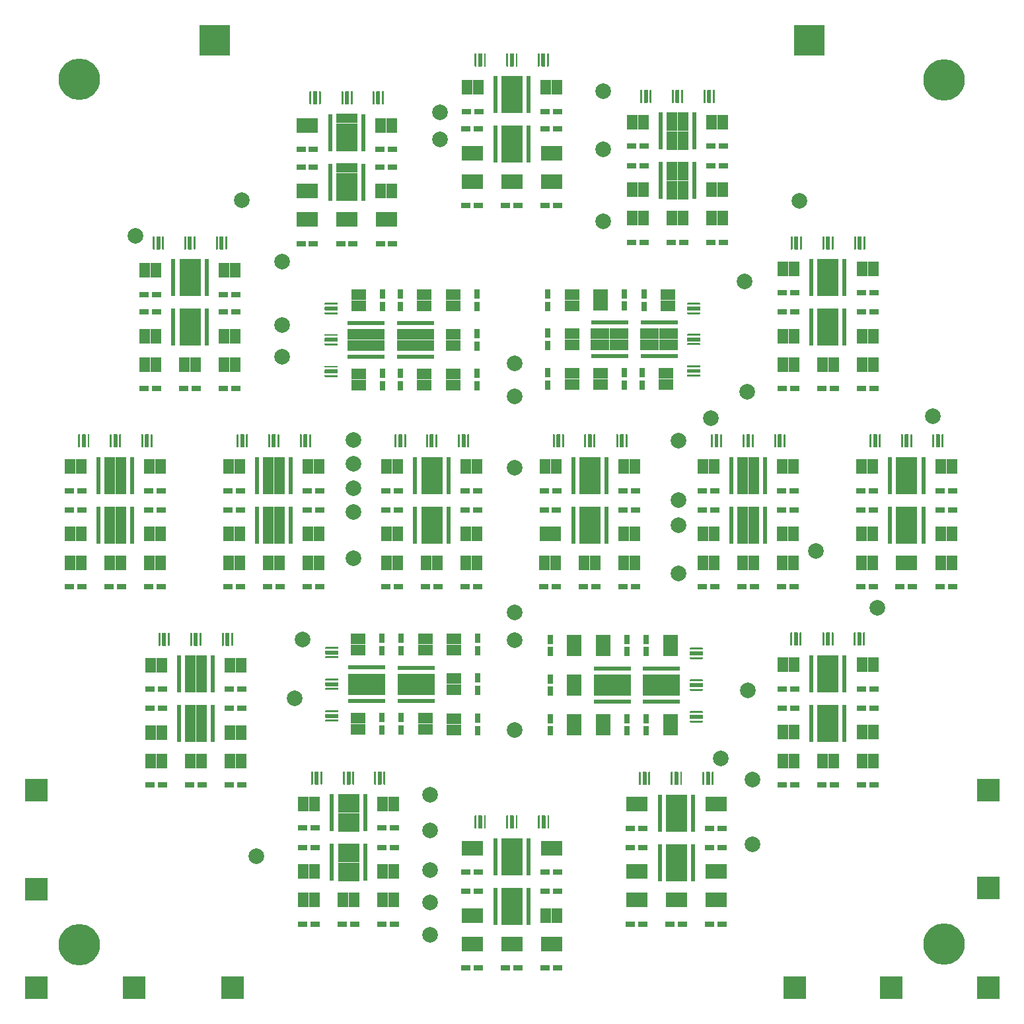
<source format=gts>
G04 #@! TF.GenerationSoftware,KiCad,Pcbnew,(5.1.6)-1*
G04 #@! TF.CreationDate,2021-04-26T19:55:32-05:00*
G04 #@! TF.ProjectId,capstone-led,63617073-746f-46e6-952d-6c65642e6b69,rev?*
G04 #@! TF.SameCoordinates,Original*
G04 #@! TF.FileFunction,Soldermask,Top*
G04 #@! TF.FilePolarity,Negative*
%FSLAX46Y46*%
G04 Gerber Fmt 4.6, Leading zero omitted, Abs format (unit mm)*
G04 Created by KiCad (PCBNEW (5.1.6)-1) date 2021-04-26 19:55:32*
%MOMM*%
%LPD*%
G01*
G04 APERTURE LIST*
%ADD10R,1.195000X1.390000*%
%ADD11R,4.780000X0.500000*%
%ADD12R,1.430000X1.830000*%
%ADD13R,1.260000X0.730000*%
%ADD14R,1.830000X1.430000*%
%ADD15R,0.730000X1.260000*%
%ADD16R,1.390000X1.195000*%
%ADD17R,0.500000X4.780000*%
%ADD18C,2.000000*%
%ADD19R,3.000000X3.000000*%
%ADD20R,4.000000X4.000000*%
%ADD21C,5.300000*%
G04 APERTURE END LIST*
G36*
G01*
X123462000Y-116695200D02*
X121902000Y-116695200D01*
G75*
G02*
X121832000Y-116625200I0J70000D01*
G01*
X121832000Y-116515200D01*
G75*
G02*
X121902000Y-116445200I70000J0D01*
G01*
X123462000Y-116445200D01*
G75*
G02*
X123532000Y-116515200I0J-70000D01*
G01*
X123532000Y-116625200D01*
G75*
G02*
X123462000Y-116695200I-70000J0D01*
G01*
G37*
G36*
G01*
X123472000Y-117420200D02*
X121892000Y-117420200D01*
G75*
G02*
X121832000Y-117360200I0J60000D01*
G01*
X121832000Y-116980200D01*
G75*
G02*
X121892000Y-116920200I60000J0D01*
G01*
X123472000Y-116920200D01*
G75*
G02*
X123532000Y-116980200I0J-60000D01*
G01*
X123532000Y-117360200D01*
G75*
G02*
X123472000Y-117420200I-60000J0D01*
G01*
G37*
G36*
G01*
X123462000Y-117895200D02*
X121902000Y-117895200D01*
G75*
G02*
X121832000Y-117825200I0J70000D01*
G01*
X121832000Y-117715200D01*
G75*
G02*
X121902000Y-117645200I70000J0D01*
G01*
X123462000Y-117645200D01*
G75*
G02*
X123532000Y-117715200I0J-70000D01*
G01*
X123532000Y-117825200D01*
G75*
G02*
X123462000Y-117895200I-70000J0D01*
G01*
G37*
G36*
G01*
X123462000Y-120759200D02*
X121902000Y-120759200D01*
G75*
G02*
X121832000Y-120689200I0J70000D01*
G01*
X121832000Y-120579200D01*
G75*
G02*
X121902000Y-120509200I70000J0D01*
G01*
X123462000Y-120509200D01*
G75*
G02*
X123532000Y-120579200I0J-70000D01*
G01*
X123532000Y-120689200D01*
G75*
G02*
X123462000Y-120759200I-70000J0D01*
G01*
G37*
G36*
G01*
X123472000Y-121484200D02*
X121892000Y-121484200D01*
G75*
G02*
X121832000Y-121424200I0J60000D01*
G01*
X121832000Y-121044200D01*
G75*
G02*
X121892000Y-120984200I60000J0D01*
G01*
X123472000Y-120984200D01*
G75*
G02*
X123532000Y-121044200I0J-60000D01*
G01*
X123532000Y-121424200D01*
G75*
G02*
X123472000Y-121484200I-60000J0D01*
G01*
G37*
G36*
G01*
X123462000Y-121959200D02*
X121902000Y-121959200D01*
G75*
G02*
X121832000Y-121889200I0J70000D01*
G01*
X121832000Y-121779200D01*
G75*
G02*
X121902000Y-121709200I70000J0D01*
G01*
X123462000Y-121709200D01*
G75*
G02*
X123532000Y-121779200I0J-70000D01*
G01*
X123532000Y-121889200D01*
G75*
G02*
X123462000Y-121959200I-70000J0D01*
G01*
G37*
G36*
G01*
X123462000Y-124823200D02*
X121902000Y-124823200D01*
G75*
G02*
X121832000Y-124753200I0J70000D01*
G01*
X121832000Y-124643200D01*
G75*
G02*
X121902000Y-124573200I70000J0D01*
G01*
X123462000Y-124573200D01*
G75*
G02*
X123532000Y-124643200I0J-70000D01*
G01*
X123532000Y-124753200D01*
G75*
G02*
X123462000Y-124823200I-70000J0D01*
G01*
G37*
G36*
G01*
X123472000Y-125548200D02*
X121892000Y-125548200D01*
G75*
G02*
X121832000Y-125488200I0J60000D01*
G01*
X121832000Y-125108200D01*
G75*
G02*
X121892000Y-125048200I60000J0D01*
G01*
X123472000Y-125048200D01*
G75*
G02*
X123532000Y-125108200I0J-60000D01*
G01*
X123532000Y-125488200D01*
G75*
G02*
X123472000Y-125548200I-60000J0D01*
G01*
G37*
G36*
G01*
X123462000Y-126023200D02*
X121902000Y-126023200D01*
G75*
G02*
X121832000Y-125953200I0J70000D01*
G01*
X121832000Y-125843200D01*
G75*
G02*
X121902000Y-125773200I70000J0D01*
G01*
X123462000Y-125773200D01*
G75*
G02*
X123532000Y-125843200I0J-70000D01*
G01*
X123532000Y-125953200D01*
G75*
G02*
X123462000Y-126023200I-70000J0D01*
G01*
G37*
G36*
G01*
X75191400Y-125671600D02*
X76751400Y-125671600D01*
G75*
G02*
X76821400Y-125741600I0J-70000D01*
G01*
X76821400Y-125851600D01*
G75*
G02*
X76751400Y-125921600I-70000J0D01*
G01*
X75191400Y-125921600D01*
G75*
G02*
X75121400Y-125851600I0J70000D01*
G01*
X75121400Y-125741600D01*
G75*
G02*
X75191400Y-125671600I70000J0D01*
G01*
G37*
G36*
G01*
X75181400Y-124946600D02*
X76761400Y-124946600D01*
G75*
G02*
X76821400Y-125006600I0J-60000D01*
G01*
X76821400Y-125386600D01*
G75*
G02*
X76761400Y-125446600I-60000J0D01*
G01*
X75181400Y-125446600D01*
G75*
G02*
X75121400Y-125386600I0J60000D01*
G01*
X75121400Y-125006600D01*
G75*
G02*
X75181400Y-124946600I60000J0D01*
G01*
G37*
G36*
G01*
X75191400Y-124471600D02*
X76751400Y-124471600D01*
G75*
G02*
X76821400Y-124541600I0J-70000D01*
G01*
X76821400Y-124651600D01*
G75*
G02*
X76751400Y-124721600I-70000J0D01*
G01*
X75191400Y-124721600D01*
G75*
G02*
X75121400Y-124651600I0J70000D01*
G01*
X75121400Y-124541600D01*
G75*
G02*
X75191400Y-124471600I70000J0D01*
G01*
G37*
G36*
G01*
X75191400Y-121607600D02*
X76751400Y-121607600D01*
G75*
G02*
X76821400Y-121677600I0J-70000D01*
G01*
X76821400Y-121787600D01*
G75*
G02*
X76751400Y-121857600I-70000J0D01*
G01*
X75191400Y-121857600D01*
G75*
G02*
X75121400Y-121787600I0J70000D01*
G01*
X75121400Y-121677600D01*
G75*
G02*
X75191400Y-121607600I70000J0D01*
G01*
G37*
G36*
G01*
X75181400Y-120882600D02*
X76761400Y-120882600D01*
G75*
G02*
X76821400Y-120942600I0J-60000D01*
G01*
X76821400Y-121322600D01*
G75*
G02*
X76761400Y-121382600I-60000J0D01*
G01*
X75181400Y-121382600D01*
G75*
G02*
X75121400Y-121322600I0J60000D01*
G01*
X75121400Y-120942600D01*
G75*
G02*
X75181400Y-120882600I60000J0D01*
G01*
G37*
G36*
G01*
X75191400Y-120407600D02*
X76751400Y-120407600D01*
G75*
G02*
X76821400Y-120477600I0J-70000D01*
G01*
X76821400Y-120587600D01*
G75*
G02*
X76751400Y-120657600I-70000J0D01*
G01*
X75191400Y-120657600D01*
G75*
G02*
X75121400Y-120587600I0J70000D01*
G01*
X75121400Y-120477600D01*
G75*
G02*
X75191400Y-120407600I70000J0D01*
G01*
G37*
G36*
G01*
X75191400Y-117543600D02*
X76751400Y-117543600D01*
G75*
G02*
X76821400Y-117613600I0J-70000D01*
G01*
X76821400Y-117723600D01*
G75*
G02*
X76751400Y-117793600I-70000J0D01*
G01*
X75191400Y-117793600D01*
G75*
G02*
X75121400Y-117723600I0J70000D01*
G01*
X75121400Y-117613600D01*
G75*
G02*
X75191400Y-117543600I70000J0D01*
G01*
G37*
G36*
G01*
X75181400Y-116818600D02*
X76761400Y-116818600D01*
G75*
G02*
X76821400Y-116878600I0J-60000D01*
G01*
X76821400Y-117258600D01*
G75*
G02*
X76761400Y-117318600I-60000J0D01*
G01*
X75181400Y-117318600D01*
G75*
G02*
X75121400Y-117258600I0J60000D01*
G01*
X75121400Y-116878600D01*
G75*
G02*
X75181400Y-116818600I60000J0D01*
G01*
G37*
G36*
G01*
X75191400Y-116343600D02*
X76751400Y-116343600D01*
G75*
G02*
X76821400Y-116413600I0J-70000D01*
G01*
X76821400Y-116523600D01*
G75*
G02*
X76751400Y-116593600I-70000J0D01*
G01*
X75191400Y-116593600D01*
G75*
G02*
X75121400Y-116523600I0J70000D01*
G01*
X75121400Y-116413600D01*
G75*
G02*
X75191400Y-116343600I70000J0D01*
G01*
G37*
G36*
G01*
X63086000Y-116146800D02*
X63086000Y-114586800D01*
G75*
G02*
X63156000Y-114516800I70000J0D01*
G01*
X63266000Y-114516800D01*
G75*
G02*
X63336000Y-114586800I0J-70000D01*
G01*
X63336000Y-116146800D01*
G75*
G02*
X63266000Y-116216800I-70000J0D01*
G01*
X63156000Y-116216800D01*
G75*
G02*
X63086000Y-116146800I0J70000D01*
G01*
G37*
G36*
G01*
X62361000Y-116156800D02*
X62361000Y-114576800D01*
G75*
G02*
X62421000Y-114516800I60000J0D01*
G01*
X62801000Y-114516800D01*
G75*
G02*
X62861000Y-114576800I0J-60000D01*
G01*
X62861000Y-116156800D01*
G75*
G02*
X62801000Y-116216800I-60000J0D01*
G01*
X62421000Y-116216800D01*
G75*
G02*
X62361000Y-116156800I0J60000D01*
G01*
G37*
G36*
G01*
X61886000Y-116146800D02*
X61886000Y-114586800D01*
G75*
G02*
X61956000Y-114516800I70000J0D01*
G01*
X62066000Y-114516800D01*
G75*
G02*
X62136000Y-114586800I0J-70000D01*
G01*
X62136000Y-116146800D01*
G75*
G02*
X62066000Y-116216800I-70000J0D01*
G01*
X61956000Y-116216800D01*
G75*
G02*
X61886000Y-116146800I0J70000D01*
G01*
G37*
G36*
G01*
X59022000Y-116146800D02*
X59022000Y-114586800D01*
G75*
G02*
X59092000Y-114516800I70000J0D01*
G01*
X59202000Y-114516800D01*
G75*
G02*
X59272000Y-114586800I0J-70000D01*
G01*
X59272000Y-116146800D01*
G75*
G02*
X59202000Y-116216800I-70000J0D01*
G01*
X59092000Y-116216800D01*
G75*
G02*
X59022000Y-116146800I0J70000D01*
G01*
G37*
G36*
G01*
X58297000Y-116156800D02*
X58297000Y-114576800D01*
G75*
G02*
X58357000Y-114516800I60000J0D01*
G01*
X58737000Y-114516800D01*
G75*
G02*
X58797000Y-114576800I0J-60000D01*
G01*
X58797000Y-116156800D01*
G75*
G02*
X58737000Y-116216800I-60000J0D01*
G01*
X58357000Y-116216800D01*
G75*
G02*
X58297000Y-116156800I0J60000D01*
G01*
G37*
G36*
G01*
X57822000Y-116146800D02*
X57822000Y-114586800D01*
G75*
G02*
X57892000Y-114516800I70000J0D01*
G01*
X58002000Y-114516800D01*
G75*
G02*
X58072000Y-114586800I0J-70000D01*
G01*
X58072000Y-116146800D01*
G75*
G02*
X58002000Y-116216800I-70000J0D01*
G01*
X57892000Y-116216800D01*
G75*
G02*
X57822000Y-116146800I0J70000D01*
G01*
G37*
G36*
G01*
X54958000Y-116146800D02*
X54958000Y-114586800D01*
G75*
G02*
X55028000Y-114516800I70000J0D01*
G01*
X55138000Y-114516800D01*
G75*
G02*
X55208000Y-114586800I0J-70000D01*
G01*
X55208000Y-116146800D01*
G75*
G02*
X55138000Y-116216800I-70000J0D01*
G01*
X55028000Y-116216800D01*
G75*
G02*
X54958000Y-116146800I0J70000D01*
G01*
G37*
G36*
G01*
X54233000Y-116156800D02*
X54233000Y-114576800D01*
G75*
G02*
X54293000Y-114516800I60000J0D01*
G01*
X54673000Y-114516800D01*
G75*
G02*
X54733000Y-114576800I0J-60000D01*
G01*
X54733000Y-116156800D01*
G75*
G02*
X54673000Y-116216800I-60000J0D01*
G01*
X54293000Y-116216800D01*
G75*
G02*
X54233000Y-116156800I0J60000D01*
G01*
G37*
G36*
G01*
X53758000Y-116146800D02*
X53758000Y-114586800D01*
G75*
G02*
X53828000Y-114516800I70000J0D01*
G01*
X53938000Y-114516800D01*
G75*
G02*
X54008000Y-114586800I0J-70000D01*
G01*
X54008000Y-116146800D01*
G75*
G02*
X53938000Y-116216800I-70000J0D01*
G01*
X53828000Y-116216800D01*
G75*
G02*
X53758000Y-116146800I0J70000D01*
G01*
G37*
G36*
G01*
X73566000Y-132366800D02*
X73566000Y-133926800D01*
G75*
G02*
X73496000Y-133996800I-70000J0D01*
G01*
X73386000Y-133996800D01*
G75*
G02*
X73316000Y-133926800I0J70000D01*
G01*
X73316000Y-132366800D01*
G75*
G02*
X73386000Y-132296800I70000J0D01*
G01*
X73496000Y-132296800D01*
G75*
G02*
X73566000Y-132366800I0J-70000D01*
G01*
G37*
G36*
G01*
X74291000Y-132356800D02*
X74291000Y-133936800D01*
G75*
G02*
X74231000Y-133996800I-60000J0D01*
G01*
X73851000Y-133996800D01*
G75*
G02*
X73791000Y-133936800I0J60000D01*
G01*
X73791000Y-132356800D01*
G75*
G02*
X73851000Y-132296800I60000J0D01*
G01*
X74231000Y-132296800D01*
G75*
G02*
X74291000Y-132356800I0J-60000D01*
G01*
G37*
G36*
G01*
X74766000Y-132366800D02*
X74766000Y-133926800D01*
G75*
G02*
X74696000Y-133996800I-70000J0D01*
G01*
X74586000Y-133996800D01*
G75*
G02*
X74516000Y-133926800I0J70000D01*
G01*
X74516000Y-132366800D01*
G75*
G02*
X74586000Y-132296800I70000J0D01*
G01*
X74696000Y-132296800D01*
G75*
G02*
X74766000Y-132366800I0J-70000D01*
G01*
G37*
G36*
G01*
X135008600Y-63786800D02*
X135008600Y-65346800D01*
G75*
G02*
X134938600Y-65416800I-70000J0D01*
G01*
X134828600Y-65416800D01*
G75*
G02*
X134758600Y-65346800I0J70000D01*
G01*
X134758600Y-63786800D01*
G75*
G02*
X134828600Y-63716800I70000J0D01*
G01*
X134938600Y-63716800D01*
G75*
G02*
X135008600Y-63786800I0J-70000D01*
G01*
G37*
G36*
G01*
X135733600Y-63776800D02*
X135733600Y-65356800D01*
G75*
G02*
X135673600Y-65416800I-60000J0D01*
G01*
X135293600Y-65416800D01*
G75*
G02*
X135233600Y-65356800I0J60000D01*
G01*
X135233600Y-63776800D01*
G75*
G02*
X135293600Y-63716800I60000J0D01*
G01*
X135673600Y-63716800D01*
G75*
G02*
X135733600Y-63776800I0J-60000D01*
G01*
G37*
G36*
G01*
X136208600Y-63786800D02*
X136208600Y-65346800D01*
G75*
G02*
X136138600Y-65416800I-70000J0D01*
G01*
X136028600Y-65416800D01*
G75*
G02*
X135958600Y-65346800I0J70000D01*
G01*
X135958600Y-63786800D01*
G75*
G02*
X136028600Y-63716800I70000J0D01*
G01*
X136138600Y-63716800D01*
G75*
G02*
X136208600Y-63786800I0J-70000D01*
G01*
G37*
G36*
G01*
X123131800Y-72499200D02*
X121571800Y-72499200D01*
G75*
G02*
X121501800Y-72429200I0J70000D01*
G01*
X121501800Y-72319200D01*
G75*
G02*
X121571800Y-72249200I70000J0D01*
G01*
X123131800Y-72249200D01*
G75*
G02*
X123201800Y-72319200I0J-70000D01*
G01*
X123201800Y-72429200D01*
G75*
G02*
X123131800Y-72499200I-70000J0D01*
G01*
G37*
G36*
G01*
X123141800Y-73224200D02*
X121561800Y-73224200D01*
G75*
G02*
X121501800Y-73164200I0J60000D01*
G01*
X121501800Y-72784200D01*
G75*
G02*
X121561800Y-72724200I60000J0D01*
G01*
X123141800Y-72724200D01*
G75*
G02*
X123201800Y-72784200I0J-60000D01*
G01*
X123201800Y-73164200D01*
G75*
G02*
X123141800Y-73224200I-60000J0D01*
G01*
G37*
G36*
G01*
X123131800Y-73699200D02*
X121571800Y-73699200D01*
G75*
G02*
X121501800Y-73629200I0J70000D01*
G01*
X121501800Y-73519200D01*
G75*
G02*
X121571800Y-73449200I70000J0D01*
G01*
X123131800Y-73449200D01*
G75*
G02*
X123201800Y-73519200I0J-70000D01*
G01*
X123201800Y-73629200D01*
G75*
G02*
X123131800Y-73699200I-70000J0D01*
G01*
G37*
G36*
G01*
X77655400Y-132366800D02*
X77655400Y-133926800D01*
G75*
G02*
X77585400Y-133996800I-70000J0D01*
G01*
X77475400Y-133996800D01*
G75*
G02*
X77405400Y-133926800I0J70000D01*
G01*
X77405400Y-132366800D01*
G75*
G02*
X77475400Y-132296800I70000J0D01*
G01*
X77585400Y-132296800D01*
G75*
G02*
X77655400Y-132366800I0J-70000D01*
G01*
G37*
G36*
G01*
X78380400Y-132356800D02*
X78380400Y-133936800D01*
G75*
G02*
X78320400Y-133996800I-60000J0D01*
G01*
X77940400Y-133996800D01*
G75*
G02*
X77880400Y-133936800I0J60000D01*
G01*
X77880400Y-132356800D01*
G75*
G02*
X77940400Y-132296800I60000J0D01*
G01*
X78320400Y-132296800D01*
G75*
G02*
X78380400Y-132356800I0J-60000D01*
G01*
G37*
G36*
G01*
X78855400Y-132366800D02*
X78855400Y-133926800D01*
G75*
G02*
X78785400Y-133996800I-70000J0D01*
G01*
X78675400Y-133996800D01*
G75*
G02*
X78605400Y-133926800I0J70000D01*
G01*
X78605400Y-132366800D01*
G75*
G02*
X78675400Y-132296800I70000J0D01*
G01*
X78785400Y-132296800D01*
G75*
G02*
X78855400Y-132366800I0J-70000D01*
G01*
G37*
G36*
G01*
X124808000Y-46576200D02*
X124808000Y-45016200D01*
G75*
G02*
X124878000Y-44946200I70000J0D01*
G01*
X124988000Y-44946200D01*
G75*
G02*
X125058000Y-45016200I0J-70000D01*
G01*
X125058000Y-46576200D01*
G75*
G02*
X124988000Y-46646200I-70000J0D01*
G01*
X124878000Y-46646200D01*
G75*
G02*
X124808000Y-46576200I0J70000D01*
G01*
G37*
G36*
G01*
X124083000Y-46586200D02*
X124083000Y-45006200D01*
G75*
G02*
X124143000Y-44946200I60000J0D01*
G01*
X124523000Y-44946200D01*
G75*
G02*
X124583000Y-45006200I0J-60000D01*
G01*
X124583000Y-46586200D01*
G75*
G02*
X124523000Y-46646200I-60000J0D01*
G01*
X124143000Y-46646200D01*
G75*
G02*
X124083000Y-46586200I0J60000D01*
G01*
G37*
G36*
G01*
X123608000Y-46576200D02*
X123608000Y-45016200D01*
G75*
G02*
X123678000Y-44946200I70000J0D01*
G01*
X123788000Y-44946200D01*
G75*
G02*
X123858000Y-45016200I0J-70000D01*
G01*
X123858000Y-46576200D01*
G75*
G02*
X123788000Y-46646200I-70000J0D01*
G01*
X123678000Y-46646200D01*
G75*
G02*
X123608000Y-46576200I0J70000D01*
G01*
G37*
G36*
G01*
X123131800Y-76461600D02*
X121571800Y-76461600D01*
G75*
G02*
X121501800Y-76391600I0J70000D01*
G01*
X121501800Y-76281600D01*
G75*
G02*
X121571800Y-76211600I70000J0D01*
G01*
X123131800Y-76211600D01*
G75*
G02*
X123201800Y-76281600I0J-70000D01*
G01*
X123201800Y-76391600D01*
G75*
G02*
X123131800Y-76461600I-70000J0D01*
G01*
G37*
G36*
G01*
X123141800Y-77186600D02*
X121561800Y-77186600D01*
G75*
G02*
X121501800Y-77126600I0J60000D01*
G01*
X121501800Y-76746600D01*
G75*
G02*
X121561800Y-76686600I60000J0D01*
G01*
X123141800Y-76686600D01*
G75*
G02*
X123201800Y-76746600I0J-60000D01*
G01*
X123201800Y-77126600D01*
G75*
G02*
X123141800Y-77186600I-60000J0D01*
G01*
G37*
G36*
G01*
X123131800Y-77661600D02*
X121571800Y-77661600D01*
G75*
G02*
X121501800Y-77591600I0J70000D01*
G01*
X121501800Y-77481600D01*
G75*
G02*
X121571800Y-77411600I70000J0D01*
G01*
X123131800Y-77411600D01*
G75*
G02*
X123201800Y-77481600I0J-70000D01*
G01*
X123201800Y-77591600D01*
G75*
G02*
X123131800Y-77661600I-70000J0D01*
G01*
G37*
G36*
G01*
X81643200Y-132366800D02*
X81643200Y-133926800D01*
G75*
G02*
X81573200Y-133996800I-70000J0D01*
G01*
X81463200Y-133996800D01*
G75*
G02*
X81393200Y-133926800I0J70000D01*
G01*
X81393200Y-132366800D01*
G75*
G02*
X81463200Y-132296800I70000J0D01*
G01*
X81573200Y-132296800D01*
G75*
G02*
X81643200Y-132366800I0J-70000D01*
G01*
G37*
G36*
G01*
X82368200Y-132356800D02*
X82368200Y-133936800D01*
G75*
G02*
X82308200Y-133996800I-60000J0D01*
G01*
X81928200Y-133996800D01*
G75*
G02*
X81868200Y-133936800I0J60000D01*
G01*
X81868200Y-132356800D01*
G75*
G02*
X81928200Y-132296800I60000J0D01*
G01*
X82308200Y-132296800D01*
G75*
G02*
X82368200Y-132356800I0J-60000D01*
G01*
G37*
G36*
G01*
X82843200Y-132366800D02*
X82843200Y-133926800D01*
G75*
G02*
X82773200Y-133996800I-70000J0D01*
G01*
X82663200Y-133996800D01*
G75*
G02*
X82593200Y-133926800I0J70000D01*
G01*
X82593200Y-132366800D01*
G75*
G02*
X82663200Y-132296800I70000J0D01*
G01*
X82773200Y-132296800D01*
G75*
G02*
X82843200Y-132366800I0J-70000D01*
G01*
G37*
G36*
G01*
X120744000Y-46576200D02*
X120744000Y-45016200D01*
G75*
G02*
X120814000Y-44946200I70000J0D01*
G01*
X120924000Y-44946200D01*
G75*
G02*
X120994000Y-45016200I0J-70000D01*
G01*
X120994000Y-46576200D01*
G75*
G02*
X120924000Y-46646200I-70000J0D01*
G01*
X120814000Y-46646200D01*
G75*
G02*
X120744000Y-46576200I0J70000D01*
G01*
G37*
G36*
G01*
X120019000Y-46586200D02*
X120019000Y-45006200D01*
G75*
G02*
X120079000Y-44946200I60000J0D01*
G01*
X120459000Y-44946200D01*
G75*
G02*
X120519000Y-45006200I0J-60000D01*
G01*
X120519000Y-46586200D01*
G75*
G02*
X120459000Y-46646200I-60000J0D01*
G01*
X120079000Y-46646200D01*
G75*
G02*
X120019000Y-46586200I0J60000D01*
G01*
G37*
G36*
G01*
X119544000Y-46576200D02*
X119544000Y-45016200D01*
G75*
G02*
X119614000Y-44946200I70000J0D01*
G01*
X119724000Y-44946200D01*
G75*
G02*
X119794000Y-45016200I0J-70000D01*
G01*
X119794000Y-46576200D01*
G75*
G02*
X119724000Y-46646200I-70000J0D01*
G01*
X119614000Y-46646200D01*
G75*
G02*
X119544000Y-46576200I0J70000D01*
G01*
G37*
G36*
G01*
X133850400Y-90721400D02*
X133850400Y-89161400D01*
G75*
G02*
X133920400Y-89091400I70000J0D01*
G01*
X134030400Y-89091400D01*
G75*
G02*
X134100400Y-89161400I0J-70000D01*
G01*
X134100400Y-90721400D01*
G75*
G02*
X134030400Y-90791400I-70000J0D01*
G01*
X133920400Y-90791400D01*
G75*
G02*
X133850400Y-90721400I0J70000D01*
G01*
G37*
G36*
G01*
X133125400Y-90731400D02*
X133125400Y-89151400D01*
G75*
G02*
X133185400Y-89091400I60000J0D01*
G01*
X133565400Y-89091400D01*
G75*
G02*
X133625400Y-89151400I0J-60000D01*
G01*
X133625400Y-90731400D01*
G75*
G02*
X133565400Y-90791400I-60000J0D01*
G01*
X133185400Y-90791400D01*
G75*
G02*
X133125400Y-90731400I0J60000D01*
G01*
G37*
G36*
G01*
X132650400Y-90721400D02*
X132650400Y-89161400D01*
G75*
G02*
X132720400Y-89091400I70000J0D01*
G01*
X132830400Y-89091400D01*
G75*
G02*
X132900400Y-89161400I0J-70000D01*
G01*
X132900400Y-90721400D01*
G75*
G02*
X132830400Y-90791400I-70000J0D01*
G01*
X132720400Y-90791400D01*
G75*
G02*
X132650400Y-90721400I0J70000D01*
G01*
G37*
G36*
G01*
X94521000Y-138005600D02*
X94521000Y-139565600D01*
G75*
G02*
X94451000Y-139635600I-70000J0D01*
G01*
X94341000Y-139635600D01*
G75*
G02*
X94271000Y-139565600I0J70000D01*
G01*
X94271000Y-138005600D01*
G75*
G02*
X94341000Y-137935600I70000J0D01*
G01*
X94451000Y-137935600D01*
G75*
G02*
X94521000Y-138005600I0J-70000D01*
G01*
G37*
G36*
G01*
X95246000Y-137995600D02*
X95246000Y-139575600D01*
G75*
G02*
X95186000Y-139635600I-60000J0D01*
G01*
X94806000Y-139635600D01*
G75*
G02*
X94746000Y-139575600I0J60000D01*
G01*
X94746000Y-137995600D01*
G75*
G02*
X94806000Y-137935600I60000J0D01*
G01*
X95186000Y-137935600D01*
G75*
G02*
X95246000Y-137995600I0J-60000D01*
G01*
G37*
G36*
G01*
X95721000Y-138005600D02*
X95721000Y-139565600D01*
G75*
G02*
X95651000Y-139635600I-70000J0D01*
G01*
X95541000Y-139635600D01*
G75*
G02*
X95471000Y-139565600I0J70000D01*
G01*
X95471000Y-138005600D01*
G75*
G02*
X95541000Y-137935600I70000J0D01*
G01*
X95651000Y-137935600D01*
G75*
G02*
X95721000Y-138005600I0J-70000D01*
G01*
G37*
G36*
G01*
X116705400Y-46576200D02*
X116705400Y-45016200D01*
G75*
G02*
X116775400Y-44946200I70000J0D01*
G01*
X116885400Y-44946200D01*
G75*
G02*
X116955400Y-45016200I0J-70000D01*
G01*
X116955400Y-46576200D01*
G75*
G02*
X116885400Y-46646200I-70000J0D01*
G01*
X116775400Y-46646200D01*
G75*
G02*
X116705400Y-46576200I0J70000D01*
G01*
G37*
G36*
G01*
X115980400Y-46586200D02*
X115980400Y-45006200D01*
G75*
G02*
X116040400Y-44946200I60000J0D01*
G01*
X116420400Y-44946200D01*
G75*
G02*
X116480400Y-45006200I0J-60000D01*
G01*
X116480400Y-46586200D01*
G75*
G02*
X116420400Y-46646200I-60000J0D01*
G01*
X116040400Y-46646200D01*
G75*
G02*
X115980400Y-46586200I0J60000D01*
G01*
G37*
G36*
G01*
X115505400Y-46576200D02*
X115505400Y-45016200D01*
G75*
G02*
X115575400Y-44946200I70000J0D01*
G01*
X115685400Y-44946200D01*
G75*
G02*
X115755400Y-45016200I0J-70000D01*
G01*
X115755400Y-46576200D01*
G75*
G02*
X115685400Y-46646200I-70000J0D01*
G01*
X115575400Y-46646200D01*
G75*
G02*
X115505400Y-46576200I0J70000D01*
G01*
G37*
G36*
G01*
X129811800Y-90721400D02*
X129811800Y-89161400D01*
G75*
G02*
X129881800Y-89091400I70000J0D01*
G01*
X129991800Y-89091400D01*
G75*
G02*
X130061800Y-89161400I0J-70000D01*
G01*
X130061800Y-90721400D01*
G75*
G02*
X129991800Y-90791400I-70000J0D01*
G01*
X129881800Y-90791400D01*
G75*
G02*
X129811800Y-90721400I0J70000D01*
G01*
G37*
G36*
G01*
X129086800Y-90731400D02*
X129086800Y-89151400D01*
G75*
G02*
X129146800Y-89091400I60000J0D01*
G01*
X129526800Y-89091400D01*
G75*
G02*
X129586800Y-89151400I0J-60000D01*
G01*
X129586800Y-90731400D01*
G75*
G02*
X129526800Y-90791400I-60000J0D01*
G01*
X129146800Y-90791400D01*
G75*
G02*
X129086800Y-90731400I0J60000D01*
G01*
G37*
G36*
G01*
X128611800Y-90721400D02*
X128611800Y-89161400D01*
G75*
G02*
X128681800Y-89091400I70000J0D01*
G01*
X128791800Y-89091400D01*
G75*
G02*
X128861800Y-89161400I0J-70000D01*
G01*
X128861800Y-90721400D01*
G75*
G02*
X128791800Y-90791400I-70000J0D01*
G01*
X128681800Y-90791400D01*
G75*
G02*
X128611800Y-90721400I0J70000D01*
G01*
G37*
G36*
G01*
X98585000Y-138005600D02*
X98585000Y-139565600D01*
G75*
G02*
X98515000Y-139635600I-70000J0D01*
G01*
X98405000Y-139635600D01*
G75*
G02*
X98335000Y-139565600I0J70000D01*
G01*
X98335000Y-138005600D01*
G75*
G02*
X98405000Y-137935600I70000J0D01*
G01*
X98515000Y-137935600D01*
G75*
G02*
X98585000Y-138005600I0J-70000D01*
G01*
G37*
G36*
G01*
X99310000Y-137995600D02*
X99310000Y-139575600D01*
G75*
G02*
X99250000Y-139635600I-60000J0D01*
G01*
X98870000Y-139635600D01*
G75*
G02*
X98810000Y-139575600I0J60000D01*
G01*
X98810000Y-137995600D01*
G75*
G02*
X98870000Y-137935600I60000J0D01*
G01*
X99250000Y-137935600D01*
G75*
G02*
X99310000Y-137995600I0J-60000D01*
G01*
G37*
G36*
G01*
X99785000Y-138005600D02*
X99785000Y-139565600D01*
G75*
G02*
X99715000Y-139635600I-70000J0D01*
G01*
X99605000Y-139635600D01*
G75*
G02*
X99535000Y-139565600I0J70000D01*
G01*
X99535000Y-138005600D01*
G75*
G02*
X99605000Y-137935600I70000J0D01*
G01*
X99715000Y-137935600D01*
G75*
G02*
X99785000Y-138005600I0J-70000D01*
G01*
G37*
G36*
G01*
X103548200Y-41902600D02*
X103548200Y-40342600D01*
G75*
G02*
X103618200Y-40272600I70000J0D01*
G01*
X103728200Y-40272600D01*
G75*
G02*
X103798200Y-40342600I0J-70000D01*
G01*
X103798200Y-41902600D01*
G75*
G02*
X103728200Y-41972600I-70000J0D01*
G01*
X103618200Y-41972600D01*
G75*
G02*
X103548200Y-41902600I0J70000D01*
G01*
G37*
G36*
G01*
X102823200Y-41912600D02*
X102823200Y-40332600D01*
G75*
G02*
X102883200Y-40272600I60000J0D01*
G01*
X103263200Y-40272600D01*
G75*
G02*
X103323200Y-40332600I0J-60000D01*
G01*
X103323200Y-41912600D01*
G75*
G02*
X103263200Y-41972600I-60000J0D01*
G01*
X102883200Y-41972600D01*
G75*
G02*
X102823200Y-41912600I0J60000D01*
G01*
G37*
G36*
G01*
X102348200Y-41902600D02*
X102348200Y-40342600D01*
G75*
G02*
X102418200Y-40272600I70000J0D01*
G01*
X102528200Y-40272600D01*
G75*
G02*
X102598200Y-40342600I0J-70000D01*
G01*
X102598200Y-41902600D01*
G75*
G02*
X102528200Y-41972600I-70000J0D01*
G01*
X102418200Y-41972600D01*
G75*
G02*
X102348200Y-41902600I0J70000D01*
G01*
G37*
G36*
G01*
X125747800Y-90721400D02*
X125747800Y-89161400D01*
G75*
G02*
X125817800Y-89091400I70000J0D01*
G01*
X125927800Y-89091400D01*
G75*
G02*
X125997800Y-89161400I0J-70000D01*
G01*
X125997800Y-90721400D01*
G75*
G02*
X125927800Y-90791400I-70000J0D01*
G01*
X125817800Y-90791400D01*
G75*
G02*
X125747800Y-90721400I0J70000D01*
G01*
G37*
G36*
G01*
X125022800Y-90731400D02*
X125022800Y-89151400D01*
G75*
G02*
X125082800Y-89091400I60000J0D01*
G01*
X125462800Y-89091400D01*
G75*
G02*
X125522800Y-89151400I0J-60000D01*
G01*
X125522800Y-90731400D01*
G75*
G02*
X125462800Y-90791400I-60000J0D01*
G01*
X125082800Y-90791400D01*
G75*
G02*
X125022800Y-90731400I0J60000D01*
G01*
G37*
G36*
G01*
X124547800Y-90721400D02*
X124547800Y-89161400D01*
G75*
G02*
X124617800Y-89091400I70000J0D01*
G01*
X124727800Y-89091400D01*
G75*
G02*
X124797800Y-89161400I0J-70000D01*
G01*
X124797800Y-90721400D01*
G75*
G02*
X124727800Y-90791400I-70000J0D01*
G01*
X124617800Y-90791400D01*
G75*
G02*
X124547800Y-90721400I0J70000D01*
G01*
G37*
G36*
G01*
X102649000Y-138005600D02*
X102649000Y-139565600D01*
G75*
G02*
X102579000Y-139635600I-70000J0D01*
G01*
X102469000Y-139635600D01*
G75*
G02*
X102399000Y-139565600I0J70000D01*
G01*
X102399000Y-138005600D01*
G75*
G02*
X102469000Y-137935600I70000J0D01*
G01*
X102579000Y-137935600D01*
G75*
G02*
X102649000Y-138005600I0J-70000D01*
G01*
G37*
G36*
G01*
X103374000Y-137995600D02*
X103374000Y-139575600D01*
G75*
G02*
X103314000Y-139635600I-60000J0D01*
G01*
X102934000Y-139635600D01*
G75*
G02*
X102874000Y-139575600I0J60000D01*
G01*
X102874000Y-137995600D01*
G75*
G02*
X102934000Y-137935600I60000J0D01*
G01*
X103314000Y-137935600D01*
G75*
G02*
X103374000Y-137995600I0J-60000D01*
G01*
G37*
G36*
G01*
X103849000Y-138005600D02*
X103849000Y-139565600D01*
G75*
G02*
X103779000Y-139635600I-70000J0D01*
G01*
X103669000Y-139635600D01*
G75*
G02*
X103599000Y-139565600I0J70000D01*
G01*
X103599000Y-138005600D01*
G75*
G02*
X103669000Y-137935600I70000J0D01*
G01*
X103779000Y-137935600D01*
G75*
G02*
X103849000Y-138005600I0J-70000D01*
G01*
G37*
G36*
G01*
X99535000Y-41902600D02*
X99535000Y-40342600D01*
G75*
G02*
X99605000Y-40272600I70000J0D01*
G01*
X99715000Y-40272600D01*
G75*
G02*
X99785000Y-40342600I0J-70000D01*
G01*
X99785000Y-41902600D01*
G75*
G02*
X99715000Y-41972600I-70000J0D01*
G01*
X99605000Y-41972600D01*
G75*
G02*
X99535000Y-41902600I0J70000D01*
G01*
G37*
G36*
G01*
X98810000Y-41912600D02*
X98810000Y-40332600D01*
G75*
G02*
X98870000Y-40272600I60000J0D01*
G01*
X99250000Y-40272600D01*
G75*
G02*
X99310000Y-40332600I0J-60000D01*
G01*
X99310000Y-41912600D01*
G75*
G02*
X99250000Y-41972600I-60000J0D01*
G01*
X98870000Y-41972600D01*
G75*
G02*
X98810000Y-41912600I0J60000D01*
G01*
G37*
G36*
G01*
X98335000Y-41902600D02*
X98335000Y-40342600D01*
G75*
G02*
X98405000Y-40272600I70000J0D01*
G01*
X98515000Y-40272600D01*
G75*
G02*
X98585000Y-40342600I0J-70000D01*
G01*
X98585000Y-41902600D01*
G75*
G02*
X98515000Y-41972600I-70000J0D01*
G01*
X98405000Y-41972600D01*
G75*
G02*
X98335000Y-41902600I0J70000D01*
G01*
G37*
G36*
G01*
X113606600Y-90721400D02*
X113606600Y-89161400D01*
G75*
G02*
X113676600Y-89091400I70000J0D01*
G01*
X113786600Y-89091400D01*
G75*
G02*
X113856600Y-89161400I0J-70000D01*
G01*
X113856600Y-90721400D01*
G75*
G02*
X113786600Y-90791400I-70000J0D01*
G01*
X113676600Y-90791400D01*
G75*
G02*
X113606600Y-90721400I0J70000D01*
G01*
G37*
G36*
G01*
X112881600Y-90731400D02*
X112881600Y-89151400D01*
G75*
G02*
X112941600Y-89091400I60000J0D01*
G01*
X113321600Y-89091400D01*
G75*
G02*
X113381600Y-89151400I0J-60000D01*
G01*
X113381600Y-90731400D01*
G75*
G02*
X113321600Y-90791400I-60000J0D01*
G01*
X112941600Y-90791400D01*
G75*
G02*
X112881600Y-90731400I0J60000D01*
G01*
G37*
G36*
G01*
X112406600Y-90721400D02*
X112406600Y-89161400D01*
G75*
G02*
X112476600Y-89091400I70000J0D01*
G01*
X112586600Y-89091400D01*
G75*
G02*
X112656600Y-89161400I0J-70000D01*
G01*
X112656600Y-90721400D01*
G75*
G02*
X112586600Y-90791400I-70000J0D01*
G01*
X112476600Y-90791400D01*
G75*
G02*
X112406600Y-90721400I0J70000D01*
G01*
G37*
G36*
G01*
X115577600Y-132417600D02*
X115577600Y-133977600D01*
G75*
G02*
X115507600Y-134047600I-70000J0D01*
G01*
X115397600Y-134047600D01*
G75*
G02*
X115327600Y-133977600I0J70000D01*
G01*
X115327600Y-132417600D01*
G75*
G02*
X115397600Y-132347600I70000J0D01*
G01*
X115507600Y-132347600D01*
G75*
G02*
X115577600Y-132417600I0J-70000D01*
G01*
G37*
G36*
G01*
X116302600Y-132407600D02*
X116302600Y-133987600D01*
G75*
G02*
X116242600Y-134047600I-60000J0D01*
G01*
X115862600Y-134047600D01*
G75*
G02*
X115802600Y-133987600I0J60000D01*
G01*
X115802600Y-132407600D01*
G75*
G02*
X115862600Y-132347600I60000J0D01*
G01*
X116242600Y-132347600D01*
G75*
G02*
X116302600Y-132407600I0J-60000D01*
G01*
G37*
G36*
G01*
X116777600Y-132417600D02*
X116777600Y-133977600D01*
G75*
G02*
X116707600Y-134047600I-70000J0D01*
G01*
X116597600Y-134047600D01*
G75*
G02*
X116527600Y-133977600I0J70000D01*
G01*
X116527600Y-132417600D01*
G75*
G02*
X116597600Y-132347600I70000J0D01*
G01*
X116707600Y-132347600D01*
G75*
G02*
X116777600Y-132417600I0J-70000D01*
G01*
G37*
G36*
G01*
X95471000Y-41902600D02*
X95471000Y-40342600D01*
G75*
G02*
X95541000Y-40272600I70000J0D01*
G01*
X95651000Y-40272600D01*
G75*
G02*
X95721000Y-40342600I0J-70000D01*
G01*
X95721000Y-41902600D01*
G75*
G02*
X95651000Y-41972600I-70000J0D01*
G01*
X95541000Y-41972600D01*
G75*
G02*
X95471000Y-41902600I0J70000D01*
G01*
G37*
G36*
G01*
X94746000Y-41912600D02*
X94746000Y-40332600D01*
G75*
G02*
X94806000Y-40272600I60000J0D01*
G01*
X95186000Y-40272600D01*
G75*
G02*
X95246000Y-40332600I0J-60000D01*
G01*
X95246000Y-41912600D01*
G75*
G02*
X95186000Y-41972600I-60000J0D01*
G01*
X94806000Y-41972600D01*
G75*
G02*
X94746000Y-41912600I0J60000D01*
G01*
G37*
G36*
G01*
X94271000Y-41902600D02*
X94271000Y-40342600D01*
G75*
G02*
X94341000Y-40272600I70000J0D01*
G01*
X94451000Y-40272600D01*
G75*
G02*
X94521000Y-40342600I0J-70000D01*
G01*
X94521000Y-41902600D01*
G75*
G02*
X94451000Y-41972600I-70000J0D01*
G01*
X94341000Y-41972600D01*
G75*
G02*
X94271000Y-41902600I0J70000D01*
G01*
G37*
G36*
G01*
X109517200Y-90721400D02*
X109517200Y-89161400D01*
G75*
G02*
X109587200Y-89091400I70000J0D01*
G01*
X109697200Y-89091400D01*
G75*
G02*
X109767200Y-89161400I0J-70000D01*
G01*
X109767200Y-90721400D01*
G75*
G02*
X109697200Y-90791400I-70000J0D01*
G01*
X109587200Y-90791400D01*
G75*
G02*
X109517200Y-90721400I0J70000D01*
G01*
G37*
G36*
G01*
X108792200Y-90731400D02*
X108792200Y-89151400D01*
G75*
G02*
X108852200Y-89091400I60000J0D01*
G01*
X109232200Y-89091400D01*
G75*
G02*
X109292200Y-89151400I0J-60000D01*
G01*
X109292200Y-90731400D01*
G75*
G02*
X109232200Y-90791400I-60000J0D01*
G01*
X108852200Y-90791400D01*
G75*
G02*
X108792200Y-90731400I0J60000D01*
G01*
G37*
G36*
G01*
X108317200Y-90721400D02*
X108317200Y-89161400D01*
G75*
G02*
X108387200Y-89091400I70000J0D01*
G01*
X108497200Y-89091400D01*
G75*
G02*
X108567200Y-89161400I0J-70000D01*
G01*
X108567200Y-90721400D01*
G75*
G02*
X108497200Y-90791400I-70000J0D01*
G01*
X108387200Y-90791400D01*
G75*
G02*
X108317200Y-90721400I0J70000D01*
G01*
G37*
G36*
G01*
X119667000Y-132417600D02*
X119667000Y-133977600D01*
G75*
G02*
X119597000Y-134047600I-70000J0D01*
G01*
X119487000Y-134047600D01*
G75*
G02*
X119417000Y-133977600I0J70000D01*
G01*
X119417000Y-132417600D01*
G75*
G02*
X119487000Y-132347600I70000J0D01*
G01*
X119597000Y-132347600D01*
G75*
G02*
X119667000Y-132417600I0J-70000D01*
G01*
G37*
G36*
G01*
X120392000Y-132407600D02*
X120392000Y-133987600D01*
G75*
G02*
X120332000Y-134047600I-60000J0D01*
G01*
X119952000Y-134047600D01*
G75*
G02*
X119892000Y-133987600I0J60000D01*
G01*
X119892000Y-132407600D01*
G75*
G02*
X119952000Y-132347600I60000J0D01*
G01*
X120332000Y-132347600D01*
G75*
G02*
X120392000Y-132407600I0J-60000D01*
G01*
G37*
G36*
G01*
X120867000Y-132417600D02*
X120867000Y-133977600D01*
G75*
G02*
X120797000Y-134047600I-70000J0D01*
G01*
X120687000Y-134047600D01*
G75*
G02*
X120617000Y-133977600I0J70000D01*
G01*
X120617000Y-132417600D01*
G75*
G02*
X120687000Y-132347600I70000J0D01*
G01*
X120797000Y-132347600D01*
G75*
G02*
X120867000Y-132417600I0J-70000D01*
G01*
G37*
G36*
G01*
X82390000Y-46754000D02*
X82390000Y-45194000D01*
G75*
G02*
X82460000Y-45124000I70000J0D01*
G01*
X82570000Y-45124000D01*
G75*
G02*
X82640000Y-45194000I0J-70000D01*
G01*
X82640000Y-46754000D01*
G75*
G02*
X82570000Y-46824000I-70000J0D01*
G01*
X82460000Y-46824000D01*
G75*
G02*
X82390000Y-46754000I0J70000D01*
G01*
G37*
G36*
G01*
X81665000Y-46764000D02*
X81665000Y-45184000D01*
G75*
G02*
X81725000Y-45124000I60000J0D01*
G01*
X82105000Y-45124000D01*
G75*
G02*
X82165000Y-45184000I0J-60000D01*
G01*
X82165000Y-46764000D01*
G75*
G02*
X82105000Y-46824000I-60000J0D01*
G01*
X81725000Y-46824000D01*
G75*
G02*
X81665000Y-46764000I0J60000D01*
G01*
G37*
G36*
G01*
X81190000Y-46754000D02*
X81190000Y-45194000D01*
G75*
G02*
X81260000Y-45124000I70000J0D01*
G01*
X81370000Y-45124000D01*
G75*
G02*
X81440000Y-45194000I0J-70000D01*
G01*
X81440000Y-46754000D01*
G75*
G02*
X81370000Y-46824000I-70000J0D01*
G01*
X81260000Y-46824000D01*
G75*
G02*
X81190000Y-46754000I0J70000D01*
G01*
G37*
G36*
G01*
X105478600Y-90721400D02*
X105478600Y-89161400D01*
G75*
G02*
X105548600Y-89091400I70000J0D01*
G01*
X105658600Y-89091400D01*
G75*
G02*
X105728600Y-89161400I0J-70000D01*
G01*
X105728600Y-90721400D01*
G75*
G02*
X105658600Y-90791400I-70000J0D01*
G01*
X105548600Y-90791400D01*
G75*
G02*
X105478600Y-90721400I0J70000D01*
G01*
G37*
G36*
G01*
X104753600Y-90731400D02*
X104753600Y-89151400D01*
G75*
G02*
X104813600Y-89091400I60000J0D01*
G01*
X105193600Y-89091400D01*
G75*
G02*
X105253600Y-89151400I0J-60000D01*
G01*
X105253600Y-90731400D01*
G75*
G02*
X105193600Y-90791400I-60000J0D01*
G01*
X104813600Y-90791400D01*
G75*
G02*
X104753600Y-90731400I0J60000D01*
G01*
G37*
G36*
G01*
X104278600Y-90721400D02*
X104278600Y-89161400D01*
G75*
G02*
X104348600Y-89091400I70000J0D01*
G01*
X104458600Y-89091400D01*
G75*
G02*
X104528600Y-89161400I0J-70000D01*
G01*
X104528600Y-90721400D01*
G75*
G02*
X104458600Y-90791400I-70000J0D01*
G01*
X104348600Y-90791400D01*
G75*
G02*
X104278600Y-90721400I0J70000D01*
G01*
G37*
G36*
G01*
X123705600Y-132417600D02*
X123705600Y-133977600D01*
G75*
G02*
X123635600Y-134047600I-70000J0D01*
G01*
X123525600Y-134047600D01*
G75*
G02*
X123455600Y-133977600I0J70000D01*
G01*
X123455600Y-132417600D01*
G75*
G02*
X123525600Y-132347600I70000J0D01*
G01*
X123635600Y-132347600D01*
G75*
G02*
X123705600Y-132417600I0J-70000D01*
G01*
G37*
G36*
G01*
X124430600Y-132407600D02*
X124430600Y-133987600D01*
G75*
G02*
X124370600Y-134047600I-60000J0D01*
G01*
X123990600Y-134047600D01*
G75*
G02*
X123930600Y-133987600I0J60000D01*
G01*
X123930600Y-132407600D01*
G75*
G02*
X123990600Y-132347600I60000J0D01*
G01*
X124370600Y-132347600D01*
G75*
G02*
X124430600Y-132407600I0J-60000D01*
G01*
G37*
G36*
G01*
X124905600Y-132417600D02*
X124905600Y-133977600D01*
G75*
G02*
X124835600Y-134047600I-70000J0D01*
G01*
X124725600Y-134047600D01*
G75*
G02*
X124655600Y-133977600I0J70000D01*
G01*
X124655600Y-132417600D01*
G75*
G02*
X124725600Y-132347600I70000J0D01*
G01*
X124835600Y-132347600D01*
G75*
G02*
X124905600Y-132417600I0J-70000D01*
G01*
G37*
G36*
G01*
X78402200Y-46754000D02*
X78402200Y-45194000D01*
G75*
G02*
X78472200Y-45124000I70000J0D01*
G01*
X78582200Y-45124000D01*
G75*
G02*
X78652200Y-45194000I0J-70000D01*
G01*
X78652200Y-46754000D01*
G75*
G02*
X78582200Y-46824000I-70000J0D01*
G01*
X78472200Y-46824000D01*
G75*
G02*
X78402200Y-46754000I0J70000D01*
G01*
G37*
G36*
G01*
X77677200Y-46764000D02*
X77677200Y-45184000D01*
G75*
G02*
X77737200Y-45124000I60000J0D01*
G01*
X78117200Y-45124000D01*
G75*
G02*
X78177200Y-45184000I0J-60000D01*
G01*
X78177200Y-46764000D01*
G75*
G02*
X78117200Y-46824000I-60000J0D01*
G01*
X77737200Y-46824000D01*
G75*
G02*
X77677200Y-46764000I0J60000D01*
G01*
G37*
G36*
G01*
X77202200Y-46754000D02*
X77202200Y-45194000D01*
G75*
G02*
X77272200Y-45124000I70000J0D01*
G01*
X77382200Y-45124000D01*
G75*
G02*
X77452200Y-45194000I0J-70000D01*
G01*
X77452200Y-46754000D01*
G75*
G02*
X77382200Y-46824000I-70000J0D01*
G01*
X77272200Y-46824000D01*
G75*
G02*
X77202200Y-46754000I0J70000D01*
G01*
G37*
G36*
G01*
X93337400Y-90721400D02*
X93337400Y-89161400D01*
G75*
G02*
X93407400Y-89091400I70000J0D01*
G01*
X93517400Y-89091400D01*
G75*
G02*
X93587400Y-89161400I0J-70000D01*
G01*
X93587400Y-90721400D01*
G75*
G02*
X93517400Y-90791400I-70000J0D01*
G01*
X93407400Y-90791400D01*
G75*
G02*
X93337400Y-90721400I0J70000D01*
G01*
G37*
G36*
G01*
X92612400Y-90731400D02*
X92612400Y-89151400D01*
G75*
G02*
X92672400Y-89091400I60000J0D01*
G01*
X93052400Y-89091400D01*
G75*
G02*
X93112400Y-89151400I0J-60000D01*
G01*
X93112400Y-90731400D01*
G75*
G02*
X93052400Y-90791400I-60000J0D01*
G01*
X92672400Y-90791400D01*
G75*
G02*
X92612400Y-90731400I0J60000D01*
G01*
G37*
G36*
G01*
X92137400Y-90721400D02*
X92137400Y-89161400D01*
G75*
G02*
X92207400Y-89091400I70000J0D01*
G01*
X92317400Y-89091400D01*
G75*
G02*
X92387400Y-89161400I0J-70000D01*
G01*
X92387400Y-90721400D01*
G75*
G02*
X92317400Y-90791400I-70000J0D01*
G01*
X92207400Y-90791400D01*
G75*
G02*
X92137400Y-90721400I0J70000D01*
G01*
G37*
G36*
G01*
X134983200Y-114561400D02*
X134983200Y-116121400D01*
G75*
G02*
X134913200Y-116191400I-70000J0D01*
G01*
X134803200Y-116191400D01*
G75*
G02*
X134733200Y-116121400I0J70000D01*
G01*
X134733200Y-114561400D01*
G75*
G02*
X134803200Y-114491400I70000J0D01*
G01*
X134913200Y-114491400D01*
G75*
G02*
X134983200Y-114561400I0J-70000D01*
G01*
G37*
G36*
G01*
X135708200Y-114551400D02*
X135708200Y-116131400D01*
G75*
G02*
X135648200Y-116191400I-60000J0D01*
G01*
X135268200Y-116191400D01*
G75*
G02*
X135208200Y-116131400I0J60000D01*
G01*
X135208200Y-114551400D01*
G75*
G02*
X135268200Y-114491400I60000J0D01*
G01*
X135648200Y-114491400D01*
G75*
G02*
X135708200Y-114551400I0J-60000D01*
G01*
G37*
G36*
G01*
X136183200Y-114561400D02*
X136183200Y-116121400D01*
G75*
G02*
X136113200Y-116191400I-70000J0D01*
G01*
X136003200Y-116191400D01*
G75*
G02*
X135933200Y-116121400I0J70000D01*
G01*
X135933200Y-114561400D01*
G75*
G02*
X136003200Y-114491400I70000J0D01*
G01*
X136113200Y-114491400D01*
G75*
G02*
X136183200Y-114561400I0J-70000D01*
G01*
G37*
G36*
G01*
X74312800Y-46754000D02*
X74312800Y-45194000D01*
G75*
G02*
X74382800Y-45124000I70000J0D01*
G01*
X74492800Y-45124000D01*
G75*
G02*
X74562800Y-45194000I0J-70000D01*
G01*
X74562800Y-46754000D01*
G75*
G02*
X74492800Y-46824000I-70000J0D01*
G01*
X74382800Y-46824000D01*
G75*
G02*
X74312800Y-46754000I0J70000D01*
G01*
G37*
G36*
G01*
X73587800Y-46764000D02*
X73587800Y-45184000D01*
G75*
G02*
X73647800Y-45124000I60000J0D01*
G01*
X74027800Y-45124000D01*
G75*
G02*
X74087800Y-45184000I0J-60000D01*
G01*
X74087800Y-46764000D01*
G75*
G02*
X74027800Y-46824000I-60000J0D01*
G01*
X73647800Y-46824000D01*
G75*
G02*
X73587800Y-46764000I0J60000D01*
G01*
G37*
G36*
G01*
X73112800Y-46754000D02*
X73112800Y-45194000D01*
G75*
G02*
X73182800Y-45124000I70000J0D01*
G01*
X73292800Y-45124000D01*
G75*
G02*
X73362800Y-45194000I0J-70000D01*
G01*
X73362800Y-46754000D01*
G75*
G02*
X73292800Y-46824000I-70000J0D01*
G01*
X73182800Y-46824000D01*
G75*
G02*
X73112800Y-46754000I0J70000D01*
G01*
G37*
G36*
G01*
X89248000Y-90721400D02*
X89248000Y-89161400D01*
G75*
G02*
X89318000Y-89091400I70000J0D01*
G01*
X89428000Y-89091400D01*
G75*
G02*
X89498000Y-89161400I0J-70000D01*
G01*
X89498000Y-90721400D01*
G75*
G02*
X89428000Y-90791400I-70000J0D01*
G01*
X89318000Y-90791400D01*
G75*
G02*
X89248000Y-90721400I0J70000D01*
G01*
G37*
G36*
G01*
X88523000Y-90731400D02*
X88523000Y-89151400D01*
G75*
G02*
X88583000Y-89091400I60000J0D01*
G01*
X88963000Y-89091400D01*
G75*
G02*
X89023000Y-89151400I0J-60000D01*
G01*
X89023000Y-90731400D01*
G75*
G02*
X88963000Y-90791400I-60000J0D01*
G01*
X88583000Y-90791400D01*
G75*
G02*
X88523000Y-90731400I0J60000D01*
G01*
G37*
G36*
G01*
X88048000Y-90721400D02*
X88048000Y-89161400D01*
G75*
G02*
X88118000Y-89091400I70000J0D01*
G01*
X88228000Y-89091400D01*
G75*
G02*
X88298000Y-89161400I0J-70000D01*
G01*
X88298000Y-90721400D01*
G75*
G02*
X88228000Y-90791400I-70000J0D01*
G01*
X88118000Y-90791400D01*
G75*
G02*
X88048000Y-90721400I0J70000D01*
G01*
G37*
G36*
G01*
X139072600Y-114561400D02*
X139072600Y-116121400D01*
G75*
G02*
X139002600Y-116191400I-70000J0D01*
G01*
X138892600Y-116191400D01*
G75*
G02*
X138822600Y-116121400I0J70000D01*
G01*
X138822600Y-114561400D01*
G75*
G02*
X138892600Y-114491400I70000J0D01*
G01*
X139002600Y-114491400D01*
G75*
G02*
X139072600Y-114561400I0J-70000D01*
G01*
G37*
G36*
G01*
X139797600Y-114551400D02*
X139797600Y-116131400D01*
G75*
G02*
X139737600Y-116191400I-60000J0D01*
G01*
X139357600Y-116191400D01*
G75*
G02*
X139297600Y-116131400I0J60000D01*
G01*
X139297600Y-114551400D01*
G75*
G02*
X139357600Y-114491400I60000J0D01*
G01*
X139737600Y-114491400D01*
G75*
G02*
X139797600Y-114551400I0J-60000D01*
G01*
G37*
G36*
G01*
X140272600Y-114561400D02*
X140272600Y-116121400D01*
G75*
G02*
X140202600Y-116191400I-70000J0D01*
G01*
X140092600Y-116191400D01*
G75*
G02*
X140022600Y-116121400I0J70000D01*
G01*
X140022600Y-114561400D01*
G75*
G02*
X140092600Y-114491400I70000J0D01*
G01*
X140202600Y-114491400D01*
G75*
G02*
X140272600Y-114561400I0J-70000D01*
G01*
G37*
G36*
G01*
X53271400Y-63786800D02*
X53271400Y-65346800D01*
G75*
G02*
X53201400Y-65416800I-70000J0D01*
G01*
X53091400Y-65416800D01*
G75*
G02*
X53021400Y-65346800I0J70000D01*
G01*
X53021400Y-63786800D01*
G75*
G02*
X53091400Y-63716800I70000J0D01*
G01*
X53201400Y-63716800D01*
G75*
G02*
X53271400Y-63786800I0J-70000D01*
G01*
G37*
G36*
G01*
X53996400Y-63776800D02*
X53996400Y-65356800D01*
G75*
G02*
X53936400Y-65416800I-60000J0D01*
G01*
X53556400Y-65416800D01*
G75*
G02*
X53496400Y-65356800I0J60000D01*
G01*
X53496400Y-63776800D01*
G75*
G02*
X53556400Y-63716800I60000J0D01*
G01*
X53936400Y-63716800D01*
G75*
G02*
X53996400Y-63776800I0J-60000D01*
G01*
G37*
G36*
G01*
X54471400Y-63786800D02*
X54471400Y-65346800D01*
G75*
G02*
X54401400Y-65416800I-70000J0D01*
G01*
X54291400Y-65416800D01*
G75*
G02*
X54221400Y-65346800I0J70000D01*
G01*
X54221400Y-63786800D01*
G75*
G02*
X54291400Y-63716800I70000J0D01*
G01*
X54401400Y-63716800D01*
G75*
G02*
X54471400Y-63786800I0J-70000D01*
G01*
G37*
G36*
G01*
X85234800Y-90721400D02*
X85234800Y-89161400D01*
G75*
G02*
X85304800Y-89091400I70000J0D01*
G01*
X85414800Y-89091400D01*
G75*
G02*
X85484800Y-89161400I0J-70000D01*
G01*
X85484800Y-90721400D01*
G75*
G02*
X85414800Y-90791400I-70000J0D01*
G01*
X85304800Y-90791400D01*
G75*
G02*
X85234800Y-90721400I0J70000D01*
G01*
G37*
G36*
G01*
X84509800Y-90731400D02*
X84509800Y-89151400D01*
G75*
G02*
X84569800Y-89091400I60000J0D01*
G01*
X84949800Y-89091400D01*
G75*
G02*
X85009800Y-89151400I0J-60000D01*
G01*
X85009800Y-90731400D01*
G75*
G02*
X84949800Y-90791400I-60000J0D01*
G01*
X84569800Y-90791400D01*
G75*
G02*
X84509800Y-90731400I0J60000D01*
G01*
G37*
G36*
G01*
X84034800Y-90721400D02*
X84034800Y-89161400D01*
G75*
G02*
X84104800Y-89091400I70000J0D01*
G01*
X84214800Y-89091400D01*
G75*
G02*
X84284800Y-89161400I0J-70000D01*
G01*
X84284800Y-90721400D01*
G75*
G02*
X84214800Y-90791400I-70000J0D01*
G01*
X84104800Y-90791400D01*
G75*
G02*
X84034800Y-90721400I0J70000D01*
G01*
G37*
G36*
G01*
X143111200Y-114561400D02*
X143111200Y-116121400D01*
G75*
G02*
X143041200Y-116191400I-70000J0D01*
G01*
X142931200Y-116191400D01*
G75*
G02*
X142861200Y-116121400I0J70000D01*
G01*
X142861200Y-114561400D01*
G75*
G02*
X142931200Y-114491400I70000J0D01*
G01*
X143041200Y-114491400D01*
G75*
G02*
X143111200Y-114561400I0J-70000D01*
G01*
G37*
G36*
G01*
X143836200Y-114551400D02*
X143836200Y-116131400D01*
G75*
G02*
X143776200Y-116191400I-60000J0D01*
G01*
X143396200Y-116191400D01*
G75*
G02*
X143336200Y-116131400I0J60000D01*
G01*
X143336200Y-114551400D01*
G75*
G02*
X143396200Y-114491400I60000J0D01*
G01*
X143776200Y-114491400D01*
G75*
G02*
X143836200Y-114551400I0J-60000D01*
G01*
G37*
G36*
G01*
X144311200Y-114561400D02*
X144311200Y-116121400D01*
G75*
G02*
X144241200Y-116191400I-70000J0D01*
G01*
X144131200Y-116191400D01*
G75*
G02*
X144061200Y-116121400I0J70000D01*
G01*
X144061200Y-114561400D01*
G75*
G02*
X144131200Y-114491400I70000J0D01*
G01*
X144241200Y-114491400D01*
G75*
G02*
X144311200Y-114561400I0J-70000D01*
G01*
G37*
G36*
G01*
X57310000Y-63786800D02*
X57310000Y-65346800D01*
G75*
G02*
X57240000Y-65416800I-70000J0D01*
G01*
X57130000Y-65416800D01*
G75*
G02*
X57060000Y-65346800I0J70000D01*
G01*
X57060000Y-63786800D01*
G75*
G02*
X57130000Y-63716800I70000J0D01*
G01*
X57240000Y-63716800D01*
G75*
G02*
X57310000Y-63786800I0J-70000D01*
G01*
G37*
G36*
G01*
X58035000Y-63776800D02*
X58035000Y-65356800D01*
G75*
G02*
X57975000Y-65416800I-60000J0D01*
G01*
X57595000Y-65416800D01*
G75*
G02*
X57535000Y-65356800I0J60000D01*
G01*
X57535000Y-63776800D01*
G75*
G02*
X57595000Y-63716800I60000J0D01*
G01*
X57975000Y-63716800D01*
G75*
G02*
X58035000Y-63776800I0J-60000D01*
G01*
G37*
G36*
G01*
X58510000Y-63786800D02*
X58510000Y-65346800D01*
G75*
G02*
X58440000Y-65416800I-70000J0D01*
G01*
X58330000Y-65416800D01*
G75*
G02*
X58260000Y-65346800I0J70000D01*
G01*
X58260000Y-63786800D01*
G75*
G02*
X58330000Y-63716800I70000J0D01*
G01*
X58440000Y-63716800D01*
G75*
G02*
X58510000Y-63786800I0J-70000D01*
G01*
G37*
G36*
G01*
X73068200Y-90721400D02*
X73068200Y-89161400D01*
G75*
G02*
X73138200Y-89091400I70000J0D01*
G01*
X73248200Y-89091400D01*
G75*
G02*
X73318200Y-89161400I0J-70000D01*
G01*
X73318200Y-90721400D01*
G75*
G02*
X73248200Y-90791400I-70000J0D01*
G01*
X73138200Y-90791400D01*
G75*
G02*
X73068200Y-90721400I0J70000D01*
G01*
G37*
G36*
G01*
X72343200Y-90731400D02*
X72343200Y-89151400D01*
G75*
G02*
X72403200Y-89091400I60000J0D01*
G01*
X72783200Y-89091400D01*
G75*
G02*
X72843200Y-89151400I0J-60000D01*
G01*
X72843200Y-90731400D01*
G75*
G02*
X72783200Y-90791400I-60000J0D01*
G01*
X72403200Y-90791400D01*
G75*
G02*
X72343200Y-90731400I0J60000D01*
G01*
G37*
G36*
G01*
X71868200Y-90721400D02*
X71868200Y-89161400D01*
G75*
G02*
X71938200Y-89091400I70000J0D01*
G01*
X72048200Y-89091400D01*
G75*
G02*
X72118200Y-89161400I0J-70000D01*
G01*
X72118200Y-90721400D01*
G75*
G02*
X72048200Y-90791400I-70000J0D01*
G01*
X71938200Y-90791400D01*
G75*
G02*
X71868200Y-90721400I0J70000D01*
G01*
G37*
G36*
G01*
X145143200Y-89161400D02*
X145143200Y-90721400D01*
G75*
G02*
X145073200Y-90791400I-70000J0D01*
G01*
X144963200Y-90791400D01*
G75*
G02*
X144893200Y-90721400I0J70000D01*
G01*
X144893200Y-89161400D01*
G75*
G02*
X144963200Y-89091400I70000J0D01*
G01*
X145073200Y-89091400D01*
G75*
G02*
X145143200Y-89161400I0J-70000D01*
G01*
G37*
G36*
G01*
X145868200Y-89151400D02*
X145868200Y-90731400D01*
G75*
G02*
X145808200Y-90791400I-60000J0D01*
G01*
X145428200Y-90791400D01*
G75*
G02*
X145368200Y-90731400I0J60000D01*
G01*
X145368200Y-89151400D01*
G75*
G02*
X145428200Y-89091400I60000J0D01*
G01*
X145808200Y-89091400D01*
G75*
G02*
X145868200Y-89151400I0J-60000D01*
G01*
G37*
G36*
G01*
X146343200Y-89161400D02*
X146343200Y-90721400D01*
G75*
G02*
X146273200Y-90791400I-70000J0D01*
G01*
X146163200Y-90791400D01*
G75*
G02*
X146093200Y-90721400I0J70000D01*
G01*
X146093200Y-89161400D01*
G75*
G02*
X146163200Y-89091400I70000J0D01*
G01*
X146273200Y-89091400D01*
G75*
G02*
X146343200Y-89161400I0J-70000D01*
G01*
G37*
G36*
G01*
X61374000Y-63786800D02*
X61374000Y-65346800D01*
G75*
G02*
X61304000Y-65416800I-70000J0D01*
G01*
X61194000Y-65416800D01*
G75*
G02*
X61124000Y-65346800I0J70000D01*
G01*
X61124000Y-63786800D01*
G75*
G02*
X61194000Y-63716800I70000J0D01*
G01*
X61304000Y-63716800D01*
G75*
G02*
X61374000Y-63786800I0J-70000D01*
G01*
G37*
G36*
G01*
X62099000Y-63776800D02*
X62099000Y-65356800D01*
G75*
G02*
X62039000Y-65416800I-60000J0D01*
G01*
X61659000Y-65416800D01*
G75*
G02*
X61599000Y-65356800I0J60000D01*
G01*
X61599000Y-63776800D01*
G75*
G02*
X61659000Y-63716800I60000J0D01*
G01*
X62039000Y-63716800D01*
G75*
G02*
X62099000Y-63776800I0J-60000D01*
G01*
G37*
G36*
G01*
X62574000Y-63786800D02*
X62574000Y-65346800D01*
G75*
G02*
X62504000Y-65416800I-70000J0D01*
G01*
X62394000Y-65416800D01*
G75*
G02*
X62324000Y-65346800I0J70000D01*
G01*
X62324000Y-63786800D01*
G75*
G02*
X62394000Y-63716800I70000J0D01*
G01*
X62504000Y-63716800D01*
G75*
G02*
X62574000Y-63786800I0J-70000D01*
G01*
G37*
G36*
G01*
X69004200Y-90721400D02*
X69004200Y-89161400D01*
G75*
G02*
X69074200Y-89091400I70000J0D01*
G01*
X69184200Y-89091400D01*
G75*
G02*
X69254200Y-89161400I0J-70000D01*
G01*
X69254200Y-90721400D01*
G75*
G02*
X69184200Y-90791400I-70000J0D01*
G01*
X69074200Y-90791400D01*
G75*
G02*
X69004200Y-90721400I0J70000D01*
G01*
G37*
G36*
G01*
X68279200Y-90731400D02*
X68279200Y-89151400D01*
G75*
G02*
X68339200Y-89091400I60000J0D01*
G01*
X68719200Y-89091400D01*
G75*
G02*
X68779200Y-89151400I0J-60000D01*
G01*
X68779200Y-90731400D01*
G75*
G02*
X68719200Y-90791400I-60000J0D01*
G01*
X68339200Y-90791400D01*
G75*
G02*
X68279200Y-90731400I0J60000D01*
G01*
G37*
G36*
G01*
X67804200Y-90721400D02*
X67804200Y-89161400D01*
G75*
G02*
X67874200Y-89091400I70000J0D01*
G01*
X67984200Y-89091400D01*
G75*
G02*
X68054200Y-89161400I0J-70000D01*
G01*
X68054200Y-90721400D01*
G75*
G02*
X67984200Y-90791400I-70000J0D01*
G01*
X67874200Y-90791400D01*
G75*
G02*
X67804200Y-90721400I0J70000D01*
G01*
G37*
G36*
G01*
X149156400Y-89161400D02*
X149156400Y-90721400D01*
G75*
G02*
X149086400Y-90791400I-70000J0D01*
G01*
X148976400Y-90791400D01*
G75*
G02*
X148906400Y-90721400I0J70000D01*
G01*
X148906400Y-89161400D01*
G75*
G02*
X148976400Y-89091400I70000J0D01*
G01*
X149086400Y-89091400D01*
G75*
G02*
X149156400Y-89161400I0J-70000D01*
G01*
G37*
G36*
G01*
X149881400Y-89151400D02*
X149881400Y-90731400D01*
G75*
G02*
X149821400Y-90791400I-60000J0D01*
G01*
X149441400Y-90791400D01*
G75*
G02*
X149381400Y-90731400I0J60000D01*
G01*
X149381400Y-89151400D01*
G75*
G02*
X149441400Y-89091400I60000J0D01*
G01*
X149821400Y-89091400D01*
G75*
G02*
X149881400Y-89151400I0J-60000D01*
G01*
G37*
G36*
G01*
X150356400Y-89161400D02*
X150356400Y-90721400D01*
G75*
G02*
X150286400Y-90791400I-70000J0D01*
G01*
X150176400Y-90791400D01*
G75*
G02*
X150106400Y-90721400I0J70000D01*
G01*
X150106400Y-89161400D01*
G75*
G02*
X150176400Y-89091400I70000J0D01*
G01*
X150286400Y-89091400D01*
G75*
G02*
X150356400Y-89161400I0J-70000D01*
G01*
G37*
G36*
G01*
X76675200Y-72499200D02*
X75115200Y-72499200D01*
G75*
G02*
X75045200Y-72429200I0J70000D01*
G01*
X75045200Y-72319200D01*
G75*
G02*
X75115200Y-72249200I70000J0D01*
G01*
X76675200Y-72249200D01*
G75*
G02*
X76745200Y-72319200I0J-70000D01*
G01*
X76745200Y-72429200D01*
G75*
G02*
X76675200Y-72499200I-70000J0D01*
G01*
G37*
G36*
G01*
X76685200Y-73224200D02*
X75105200Y-73224200D01*
G75*
G02*
X75045200Y-73164200I0J60000D01*
G01*
X75045200Y-72784200D01*
G75*
G02*
X75105200Y-72724200I60000J0D01*
G01*
X76685200Y-72724200D01*
G75*
G02*
X76745200Y-72784200I0J-60000D01*
G01*
X76745200Y-73164200D01*
G75*
G02*
X76685200Y-73224200I-60000J0D01*
G01*
G37*
G36*
G01*
X76675200Y-73699200D02*
X75115200Y-73699200D01*
G75*
G02*
X75045200Y-73629200I0J70000D01*
G01*
X75045200Y-73519200D01*
G75*
G02*
X75115200Y-73449200I70000J0D01*
G01*
X76675200Y-73449200D01*
G75*
G02*
X76745200Y-73519200I0J-70000D01*
G01*
X76745200Y-73629200D01*
G75*
G02*
X76675200Y-73699200I-70000J0D01*
G01*
G37*
G36*
G01*
X64965600Y-90721400D02*
X64965600Y-89161400D01*
G75*
G02*
X65035600Y-89091400I70000J0D01*
G01*
X65145600Y-89091400D01*
G75*
G02*
X65215600Y-89161400I0J-70000D01*
G01*
X65215600Y-90721400D01*
G75*
G02*
X65145600Y-90791400I-70000J0D01*
G01*
X65035600Y-90791400D01*
G75*
G02*
X64965600Y-90721400I0J70000D01*
G01*
G37*
G36*
G01*
X64240600Y-90731400D02*
X64240600Y-89151400D01*
G75*
G02*
X64300600Y-89091400I60000J0D01*
G01*
X64680600Y-89091400D01*
G75*
G02*
X64740600Y-89151400I0J-60000D01*
G01*
X64740600Y-90731400D01*
G75*
G02*
X64680600Y-90791400I-60000J0D01*
G01*
X64300600Y-90791400D01*
G75*
G02*
X64240600Y-90731400I0J60000D01*
G01*
G37*
G36*
G01*
X63765600Y-90721400D02*
X63765600Y-89161400D01*
G75*
G02*
X63835600Y-89091400I70000J0D01*
G01*
X63945600Y-89091400D01*
G75*
G02*
X64015600Y-89161400I0J-70000D01*
G01*
X64015600Y-90721400D01*
G75*
G02*
X63945600Y-90791400I-70000J0D01*
G01*
X63835600Y-90791400D01*
G75*
G02*
X63765600Y-90721400I0J70000D01*
G01*
G37*
G36*
G01*
X153169600Y-89161400D02*
X153169600Y-90721400D01*
G75*
G02*
X153099600Y-90791400I-70000J0D01*
G01*
X152989600Y-90791400D01*
G75*
G02*
X152919600Y-90721400I0J70000D01*
G01*
X152919600Y-89161400D01*
G75*
G02*
X152989600Y-89091400I70000J0D01*
G01*
X153099600Y-89091400D01*
G75*
G02*
X153169600Y-89161400I0J-70000D01*
G01*
G37*
G36*
G01*
X153894600Y-89151400D02*
X153894600Y-90731400D01*
G75*
G02*
X153834600Y-90791400I-60000J0D01*
G01*
X153454600Y-90791400D01*
G75*
G02*
X153394600Y-90731400I0J60000D01*
G01*
X153394600Y-89151400D01*
G75*
G02*
X153454600Y-89091400I60000J0D01*
G01*
X153834600Y-89091400D01*
G75*
G02*
X153894600Y-89151400I0J-60000D01*
G01*
G37*
G36*
G01*
X154369600Y-89161400D02*
X154369600Y-90721400D01*
G75*
G02*
X154299600Y-90791400I-70000J0D01*
G01*
X154189600Y-90791400D01*
G75*
G02*
X154119600Y-90721400I0J70000D01*
G01*
X154119600Y-89161400D01*
G75*
G02*
X154189600Y-89091400I70000J0D01*
G01*
X154299600Y-89091400D01*
G75*
G02*
X154369600Y-89161400I0J-70000D01*
G01*
G37*
G36*
G01*
X76675200Y-76487000D02*
X75115200Y-76487000D01*
G75*
G02*
X75045200Y-76417000I0J70000D01*
G01*
X75045200Y-76307000D01*
G75*
G02*
X75115200Y-76237000I70000J0D01*
G01*
X76675200Y-76237000D01*
G75*
G02*
X76745200Y-76307000I0J-70000D01*
G01*
X76745200Y-76417000D01*
G75*
G02*
X76675200Y-76487000I-70000J0D01*
G01*
G37*
G36*
G01*
X76685200Y-77212000D02*
X75105200Y-77212000D01*
G75*
G02*
X75045200Y-77152000I0J60000D01*
G01*
X75045200Y-76772000D01*
G75*
G02*
X75105200Y-76712000I60000J0D01*
G01*
X76685200Y-76712000D01*
G75*
G02*
X76745200Y-76772000I0J-60000D01*
G01*
X76745200Y-77152000D01*
G75*
G02*
X76685200Y-77212000I-60000J0D01*
G01*
G37*
G36*
G01*
X76675200Y-77687000D02*
X75115200Y-77687000D01*
G75*
G02*
X75045200Y-77617000I0J70000D01*
G01*
X75045200Y-77507000D01*
G75*
G02*
X75115200Y-77437000I70000J0D01*
G01*
X76675200Y-77437000D01*
G75*
G02*
X76745200Y-77507000I0J-70000D01*
G01*
X76745200Y-77617000D01*
G75*
G02*
X76675200Y-77687000I-70000J0D01*
G01*
G37*
G36*
G01*
X52748200Y-90721400D02*
X52748200Y-89161400D01*
G75*
G02*
X52818200Y-89091400I70000J0D01*
G01*
X52928200Y-89091400D01*
G75*
G02*
X52998200Y-89161400I0J-70000D01*
G01*
X52998200Y-90721400D01*
G75*
G02*
X52928200Y-90791400I-70000J0D01*
G01*
X52818200Y-90791400D01*
G75*
G02*
X52748200Y-90721400I0J70000D01*
G01*
G37*
G36*
G01*
X52023200Y-90731400D02*
X52023200Y-89151400D01*
G75*
G02*
X52083200Y-89091400I60000J0D01*
G01*
X52463200Y-89091400D01*
G75*
G02*
X52523200Y-89151400I0J-60000D01*
G01*
X52523200Y-90731400D01*
G75*
G02*
X52463200Y-90791400I-60000J0D01*
G01*
X52083200Y-90791400D01*
G75*
G02*
X52023200Y-90731400I0J60000D01*
G01*
G37*
G36*
G01*
X51548200Y-90721400D02*
X51548200Y-89161400D01*
G75*
G02*
X51618200Y-89091400I70000J0D01*
G01*
X51728200Y-89091400D01*
G75*
G02*
X51798200Y-89161400I0J-70000D01*
G01*
X51798200Y-90721400D01*
G75*
G02*
X51728200Y-90791400I-70000J0D01*
G01*
X51618200Y-90791400D01*
G75*
G02*
X51548200Y-90721400I0J70000D01*
G01*
G37*
G36*
G01*
X144086600Y-65346800D02*
X144086600Y-63786800D01*
G75*
G02*
X144156600Y-63716800I70000J0D01*
G01*
X144266600Y-63716800D01*
G75*
G02*
X144336600Y-63786800I0J-70000D01*
G01*
X144336600Y-65346800D01*
G75*
G02*
X144266600Y-65416800I-70000J0D01*
G01*
X144156600Y-65416800D01*
G75*
G02*
X144086600Y-65346800I0J70000D01*
G01*
G37*
G36*
G01*
X143361600Y-65356800D02*
X143361600Y-63776800D01*
G75*
G02*
X143421600Y-63716800I60000J0D01*
G01*
X143801600Y-63716800D01*
G75*
G02*
X143861600Y-63776800I0J-60000D01*
G01*
X143861600Y-65356800D01*
G75*
G02*
X143801600Y-65416800I-60000J0D01*
G01*
X143421600Y-65416800D01*
G75*
G02*
X143361600Y-65356800I0J60000D01*
G01*
G37*
G36*
G01*
X142886600Y-65346800D02*
X142886600Y-63786800D01*
G75*
G02*
X142956600Y-63716800I70000J0D01*
G01*
X143066600Y-63716800D01*
G75*
G02*
X143136600Y-63786800I0J-70000D01*
G01*
X143136600Y-65346800D01*
G75*
G02*
X143066600Y-65416800I-70000J0D01*
G01*
X142956600Y-65416800D01*
G75*
G02*
X142886600Y-65346800I0J70000D01*
G01*
G37*
G36*
G01*
X76675200Y-80551000D02*
X75115200Y-80551000D01*
G75*
G02*
X75045200Y-80481000I0J70000D01*
G01*
X75045200Y-80371000D01*
G75*
G02*
X75115200Y-80301000I70000J0D01*
G01*
X76675200Y-80301000D01*
G75*
G02*
X76745200Y-80371000I0J-70000D01*
G01*
X76745200Y-80481000D01*
G75*
G02*
X76675200Y-80551000I-70000J0D01*
G01*
G37*
G36*
G01*
X76685200Y-81276000D02*
X75105200Y-81276000D01*
G75*
G02*
X75045200Y-81216000I0J60000D01*
G01*
X75045200Y-80836000D01*
G75*
G02*
X75105200Y-80776000I60000J0D01*
G01*
X76685200Y-80776000D01*
G75*
G02*
X76745200Y-80836000I0J-60000D01*
G01*
X76745200Y-81216000D01*
G75*
G02*
X76685200Y-81276000I-60000J0D01*
G01*
G37*
G36*
G01*
X76675200Y-81751000D02*
X75115200Y-81751000D01*
G75*
G02*
X75045200Y-81681000I0J70000D01*
G01*
X75045200Y-81571000D01*
G75*
G02*
X75115200Y-81501000I70000J0D01*
G01*
X76675200Y-81501000D01*
G75*
G02*
X76745200Y-81571000I0J-70000D01*
G01*
X76745200Y-81681000D01*
G75*
G02*
X76675200Y-81751000I-70000J0D01*
G01*
G37*
G36*
G01*
X48709600Y-90721400D02*
X48709600Y-89161400D01*
G75*
G02*
X48779600Y-89091400I70000J0D01*
G01*
X48889600Y-89091400D01*
G75*
G02*
X48959600Y-89161400I0J-70000D01*
G01*
X48959600Y-90721400D01*
G75*
G02*
X48889600Y-90791400I-70000J0D01*
G01*
X48779600Y-90791400D01*
G75*
G02*
X48709600Y-90721400I0J70000D01*
G01*
G37*
G36*
G01*
X47984600Y-90731400D02*
X47984600Y-89151400D01*
G75*
G02*
X48044600Y-89091400I60000J0D01*
G01*
X48424600Y-89091400D01*
G75*
G02*
X48484600Y-89151400I0J-60000D01*
G01*
X48484600Y-90731400D01*
G75*
G02*
X48424600Y-90791400I-60000J0D01*
G01*
X48044600Y-90791400D01*
G75*
G02*
X47984600Y-90731400I0J60000D01*
G01*
G37*
G36*
G01*
X47509600Y-90721400D02*
X47509600Y-89161400D01*
G75*
G02*
X47579600Y-89091400I70000J0D01*
G01*
X47689600Y-89091400D01*
G75*
G02*
X47759600Y-89161400I0J-70000D01*
G01*
X47759600Y-90721400D01*
G75*
G02*
X47689600Y-90791400I-70000J0D01*
G01*
X47579600Y-90791400D01*
G75*
G02*
X47509600Y-90721400I0J70000D01*
G01*
G37*
G36*
G01*
X140022600Y-65346800D02*
X140022600Y-63786800D01*
G75*
G02*
X140092600Y-63716800I70000J0D01*
G01*
X140202600Y-63716800D01*
G75*
G02*
X140272600Y-63786800I0J-70000D01*
G01*
X140272600Y-65346800D01*
G75*
G02*
X140202600Y-65416800I-70000J0D01*
G01*
X140092600Y-65416800D01*
G75*
G02*
X140022600Y-65346800I0J70000D01*
G01*
G37*
G36*
G01*
X139297600Y-65356800D02*
X139297600Y-63776800D01*
G75*
G02*
X139357600Y-63716800I60000J0D01*
G01*
X139737600Y-63716800D01*
G75*
G02*
X139797600Y-63776800I0J-60000D01*
G01*
X139797600Y-65356800D01*
G75*
G02*
X139737600Y-65416800I-60000J0D01*
G01*
X139357600Y-65416800D01*
G75*
G02*
X139297600Y-65356800I0J60000D01*
G01*
G37*
G36*
G01*
X138822600Y-65346800D02*
X138822600Y-63786800D01*
G75*
G02*
X138892600Y-63716800I70000J0D01*
G01*
X139002600Y-63716800D01*
G75*
G02*
X139072600Y-63786800I0J-70000D01*
G01*
X139072600Y-65346800D01*
G75*
G02*
X139002600Y-65416800I-70000J0D01*
G01*
X138892600Y-65416800D01*
G75*
G02*
X138822600Y-65346800I0J70000D01*
G01*
G37*
G36*
G01*
X121571800Y-81450200D02*
X123131800Y-81450200D01*
G75*
G02*
X123201800Y-81520200I0J-70000D01*
G01*
X123201800Y-81630200D01*
G75*
G02*
X123131800Y-81700200I-70000J0D01*
G01*
X121571800Y-81700200D01*
G75*
G02*
X121501800Y-81630200I0J70000D01*
G01*
X121501800Y-81520200D01*
G75*
G02*
X121571800Y-81450200I70000J0D01*
G01*
G37*
G36*
G01*
X121561800Y-80725200D02*
X123141800Y-80725200D01*
G75*
G02*
X123201800Y-80785200I0J-60000D01*
G01*
X123201800Y-81165200D01*
G75*
G02*
X123141800Y-81225200I-60000J0D01*
G01*
X121561800Y-81225200D01*
G75*
G02*
X121501800Y-81165200I0J60000D01*
G01*
X121501800Y-80785200D01*
G75*
G02*
X121561800Y-80725200I60000J0D01*
G01*
G37*
G36*
G01*
X121571800Y-80250200D02*
X123131800Y-80250200D01*
G75*
G02*
X123201800Y-80320200I0J-70000D01*
G01*
X123201800Y-80430200D01*
G75*
G02*
X123131800Y-80500200I-70000J0D01*
G01*
X121571800Y-80500200D01*
G75*
G02*
X121501800Y-80430200I0J70000D01*
G01*
X121501800Y-80320200D01*
G75*
G02*
X121571800Y-80250200I70000J0D01*
G01*
G37*
G36*
G01*
X44671000Y-90721400D02*
X44671000Y-89161400D01*
G75*
G02*
X44741000Y-89091400I70000J0D01*
G01*
X44851000Y-89091400D01*
G75*
G02*
X44921000Y-89161400I0J-70000D01*
G01*
X44921000Y-90721400D01*
G75*
G02*
X44851000Y-90791400I-70000J0D01*
G01*
X44741000Y-90791400D01*
G75*
G02*
X44671000Y-90721400I0J70000D01*
G01*
G37*
G36*
G01*
X43946000Y-90731400D02*
X43946000Y-89151400D01*
G75*
G02*
X44006000Y-89091400I60000J0D01*
G01*
X44386000Y-89091400D01*
G75*
G02*
X44446000Y-89151400I0J-60000D01*
G01*
X44446000Y-90731400D01*
G75*
G02*
X44386000Y-90791400I-60000J0D01*
G01*
X44006000Y-90791400D01*
G75*
G02*
X43946000Y-90731400I0J60000D01*
G01*
G37*
G36*
G01*
X43471000Y-90721400D02*
X43471000Y-89161400D01*
G75*
G02*
X43541000Y-89091400I70000J0D01*
G01*
X43651000Y-89091400D01*
G75*
G02*
X43721000Y-89161400I0J-70000D01*
G01*
X43721000Y-90721400D01*
G75*
G02*
X43651000Y-90791400I-70000J0D01*
G01*
X43541000Y-90791400D01*
G75*
G02*
X43471000Y-90721400I0J70000D01*
G01*
G37*
D10*
X116419840Y-121928240D03*
X116419840Y-120538240D03*
X117614840Y-121928240D03*
X117614840Y-120538240D03*
X118809840Y-121928240D03*
X118809840Y-120538240D03*
X120004840Y-121928240D03*
X120004840Y-120538240D03*
D11*
X118211600Y-123374200D03*
X118211600Y-119094200D03*
D10*
X82258960Y-120432160D03*
X82258960Y-121822160D03*
X81063960Y-120432160D03*
X81063960Y-121822160D03*
X79868960Y-120432160D03*
X79868960Y-121822160D03*
X78673960Y-120432160D03*
X78673960Y-121822160D03*
D11*
X80467200Y-118986200D03*
X80467200Y-123266200D03*
D10*
X110146040Y-121928240D03*
X110146040Y-120538240D03*
X111341040Y-121928240D03*
X111341040Y-120538240D03*
X112536040Y-121928240D03*
X112536040Y-120538240D03*
X113731040Y-121928240D03*
X113731040Y-120538240D03*
D11*
X111937800Y-123374200D03*
X111937800Y-119094200D03*
D10*
X88558160Y-120438560D03*
X88558160Y-121828560D03*
X87363160Y-120438560D03*
X87363160Y-121828560D03*
X86168160Y-120438560D03*
X86168160Y-121828560D03*
X84973160Y-120438560D03*
X84973160Y-121828560D03*
D11*
X86766400Y-118992600D03*
X86766400Y-123272600D03*
D12*
X143913860Y-67869400D03*
X145341340Y-67869400D03*
D13*
X143827600Y-70948800D03*
X145427600Y-70948800D03*
D12*
X126062740Y-57733600D03*
X124635260Y-57733600D03*
D13*
X126149000Y-54654200D03*
X124549000Y-54654200D03*
D12*
X103426260Y-56718800D03*
X104853740Y-56718800D03*
D13*
X103340000Y-59798200D03*
X104940000Y-59798200D03*
D12*
X77188060Y-61570200D03*
X78615540Y-61570200D03*
D13*
X77101800Y-64649600D03*
X78701800Y-64649600D03*
D12*
X52016660Y-80163000D03*
X53444140Y-80163000D03*
D13*
X51930400Y-83242400D03*
X53530400Y-83242400D03*
D12*
X145341340Y-76504200D03*
X143913860Y-76504200D03*
D13*
X145427600Y-73424800D03*
X143827600Y-73424800D03*
D12*
X124635260Y-61392400D03*
X126062740Y-61392400D03*
D13*
X124549000Y-64471800D03*
X126149000Y-64471800D03*
D12*
X98346260Y-56718800D03*
X99773740Y-56718800D03*
D13*
X98260000Y-59798200D03*
X99860000Y-59798200D03*
D12*
X72108060Y-61570200D03*
X73535540Y-61570200D03*
D13*
X72021800Y-64649600D03*
X73621800Y-64649600D03*
D14*
X79426400Y-72621140D03*
X79426400Y-71193660D03*
D15*
X82505800Y-72707400D03*
X82505800Y-71107400D03*
D12*
X143913860Y-80162400D03*
X145341340Y-80162400D03*
D13*
X143827600Y-83241800D03*
X145427600Y-83241800D03*
D12*
X119555260Y-61392400D03*
X120982740Y-61392400D03*
D13*
X119469000Y-64471800D03*
X121069000Y-64471800D03*
D12*
X93266260Y-56718800D03*
X94693740Y-56718800D03*
D13*
X93180000Y-59798200D03*
X94780000Y-59798200D03*
D12*
X62176660Y-68098000D03*
X63604140Y-68098000D03*
D13*
X62090400Y-71177400D03*
X63690400Y-71177400D03*
D14*
X87832600Y-71193660D03*
X87832600Y-72621140D03*
D15*
X84753200Y-71107400D03*
X84753200Y-72707400D03*
D12*
X114449860Y-61391800D03*
X115877340Y-61391800D03*
D13*
X114363600Y-64471200D03*
X115963600Y-64471200D03*
D12*
X82242660Y-49505200D03*
X83670140Y-49505200D03*
D13*
X82156400Y-52584600D03*
X83756400Y-52584600D03*
D12*
X63604140Y-76504200D03*
X62176660Y-76504200D03*
D13*
X63690400Y-73424800D03*
X62090400Y-73424800D03*
D14*
X91491400Y-72621140D03*
X91491400Y-71193660D03*
D15*
X94570800Y-72707400D03*
X94570800Y-71107400D03*
D12*
X133753860Y-80163000D03*
X135181340Y-80163000D03*
D13*
X133667600Y-83242400D03*
X135267600Y-83242400D03*
D12*
X103413460Y-44653800D03*
X104840940Y-44653800D03*
D13*
X103327200Y-47733200D03*
X104927200Y-47733200D03*
D12*
X83670140Y-57911400D03*
X82242660Y-57911400D03*
D13*
X83756400Y-54832000D03*
X82156400Y-54832000D03*
D12*
X62176660Y-80163000D03*
X63604140Y-80163000D03*
D13*
X62090400Y-83242400D03*
X63690400Y-83242400D03*
D14*
X91491400Y-77701140D03*
X91491400Y-76273660D03*
D15*
X94570800Y-77787400D03*
X94570800Y-76187400D03*
D12*
X124635260Y-49098800D03*
X126062740Y-49098800D03*
D13*
X124549000Y-52178200D03*
X126149000Y-52178200D03*
D12*
X104853740Y-53060000D03*
X103426260Y-53060000D03*
D13*
X104940000Y-49980600D03*
X103340000Y-49980600D03*
D12*
X82268060Y-61570200D03*
X83695540Y-61570200D03*
D13*
X82181800Y-64649600D03*
X83781800Y-64649600D03*
D12*
X57096660Y-80163000D03*
X58524140Y-80163000D03*
D13*
X57010400Y-83242400D03*
X58610400Y-83242400D03*
D14*
X91491400Y-82781140D03*
X91491400Y-81353660D03*
D15*
X94570800Y-82867400D03*
X94570800Y-81267400D03*
D14*
X118821200Y-81277460D03*
X118821200Y-82704940D03*
D15*
X115741800Y-81191200D03*
X115741800Y-82791200D03*
D12*
X135130540Y-101878800D03*
X133703060Y-101878800D03*
D13*
X135216800Y-98799400D03*
X133616800Y-98799400D03*
D12*
X113408460Y-105537600D03*
X114835940Y-105537600D03*
D13*
X113322200Y-108617000D03*
X114922200Y-108617000D03*
D12*
X88084660Y-105537600D03*
X89512140Y-105537600D03*
D13*
X87998400Y-108617000D03*
X89598400Y-108617000D03*
D12*
X62735460Y-105537000D03*
X64162940Y-105537000D03*
D13*
X62649200Y-108616400D03*
X64249200Y-108616400D03*
D14*
X110414400Y-82704940D03*
X110414400Y-81277460D03*
D15*
X113493800Y-82791200D03*
X113493800Y-81191200D03*
D12*
X133703060Y-105537600D03*
X135130540Y-105537600D03*
D13*
X133616800Y-108617000D03*
X135216800Y-108617000D03*
D12*
X83004660Y-105537000D03*
X84432140Y-105537000D03*
D13*
X82918400Y-108616400D03*
X84518400Y-108616400D03*
D12*
X52600860Y-93244000D03*
X54028340Y-93244000D03*
D13*
X52514600Y-96323400D03*
X54114600Y-96323400D03*
D14*
X106755600Y-81277460D03*
X106755600Y-82704940D03*
D15*
X103676200Y-81191200D03*
X103676200Y-82791200D03*
D12*
X128623060Y-105537600D03*
X130050540Y-105537600D03*
D13*
X128536800Y-108617000D03*
X130136800Y-108617000D03*
D12*
X103248460Y-105537600D03*
X104675940Y-105537600D03*
D13*
X103162200Y-108617000D03*
X104762200Y-108617000D03*
D12*
X72895460Y-93244000D03*
X74322940Y-93244000D03*
D13*
X72809200Y-96323400D03*
X74409200Y-96323400D03*
D12*
X54028340Y-101878800D03*
X52600860Y-101878800D03*
D13*
X54114600Y-98799400D03*
X52514600Y-98799400D03*
D14*
X106755600Y-76197460D03*
X106755600Y-77624940D03*
D15*
X103676200Y-76111200D03*
X103676200Y-77711200D03*
D12*
X123543060Y-105537600D03*
X124970540Y-105537600D03*
D13*
X123456800Y-108617000D03*
X125056800Y-108617000D03*
D12*
X93164660Y-93244000D03*
X94592140Y-93244000D03*
D13*
X93078400Y-96323400D03*
X94678400Y-96323400D03*
D12*
X74322940Y-101878800D03*
X72895460Y-101878800D03*
D13*
X74409200Y-98799400D03*
X72809200Y-98799400D03*
D12*
X52600860Y-105537000D03*
X54028340Y-105537000D03*
D13*
X52514600Y-108616400D03*
X54114600Y-108616400D03*
D14*
X106755600Y-71168260D03*
X106755600Y-72595740D03*
D15*
X103676200Y-71082000D03*
X103676200Y-72682000D03*
D12*
X94592140Y-101878800D03*
X93164660Y-101878800D03*
D13*
X94678400Y-98799400D03*
X93078400Y-98799400D03*
D12*
X72895460Y-105537000D03*
X74322940Y-105537000D03*
D13*
X72809200Y-108616400D03*
X74409200Y-108616400D03*
D12*
X47520860Y-105537000D03*
X48948340Y-105537000D03*
D13*
X47434600Y-108616400D03*
X49034600Y-108616400D03*
D12*
X133703060Y-93244000D03*
X135130540Y-93244000D03*
D13*
X133616800Y-96323400D03*
X135216800Y-96323400D03*
D12*
X114835940Y-101878800D03*
X113408460Y-101878800D03*
D13*
X114922200Y-98799400D03*
X113322200Y-98799400D03*
D12*
X93164660Y-105537600D03*
X94592140Y-105537600D03*
D13*
X93078400Y-108617000D03*
X94678400Y-108617000D03*
D12*
X67815460Y-105537000D03*
X69242940Y-105537000D03*
D13*
X67729200Y-108616400D03*
X69329200Y-108616400D03*
D12*
X42440860Y-105537000D03*
X43868340Y-105537000D03*
D13*
X42354600Y-108616400D03*
X43954600Y-108616400D03*
D12*
X62913260Y-118669400D03*
X64340740Y-118669400D03*
D13*
X62827000Y-121748800D03*
X64427000Y-121748800D03*
D12*
X83924140Y-145109600D03*
X82496660Y-145109600D03*
D13*
X84010400Y-142030200D03*
X82410400Y-142030200D03*
D12*
X103426260Y-154407200D03*
X104853740Y-154407200D03*
D13*
X103340000Y-157486600D03*
X104940000Y-157486600D03*
D12*
X119428260Y-148793800D03*
X120855740Y-148793800D03*
D13*
X119342000Y-151873200D03*
X120942000Y-151873200D03*
D12*
X133753860Y-130937000D03*
X135181340Y-130937000D03*
D13*
X133667600Y-134016400D03*
X135267600Y-134016400D03*
D12*
X64340740Y-127304200D03*
X62913260Y-127304200D03*
D13*
X64427000Y-124224800D03*
X62827000Y-124224800D03*
D12*
X82496660Y-148768400D03*
X83924140Y-148768400D03*
D13*
X82410400Y-151847800D03*
X84010400Y-151847800D03*
D12*
X98346260Y-154407200D03*
X99773740Y-154407200D03*
D13*
X98260000Y-157486600D03*
X99860000Y-157486600D03*
D12*
X114348260Y-148793800D03*
X115775740Y-148793800D03*
D13*
X114262000Y-151873200D03*
X115862000Y-151873200D03*
D12*
X153984860Y-93244000D03*
X155412340Y-93244000D03*
D13*
X153898600Y-96323400D03*
X155498600Y-96323400D03*
D12*
X145265140Y-101878800D03*
X143837660Y-101878800D03*
D13*
X145351400Y-98799400D03*
X143751400Y-98799400D03*
D12*
X93279060Y-44653800D03*
X94706540Y-44653800D03*
D13*
X93192800Y-47733200D03*
X94792800Y-47733200D03*
D12*
X53444140Y-76504200D03*
X52016660Y-76504200D03*
D13*
X53530400Y-73424800D03*
X51930400Y-73424800D03*
D12*
X123543060Y-93244000D03*
X124970540Y-93244000D03*
D13*
X123456800Y-96323400D03*
X125056800Y-96323400D03*
D12*
X84432140Y-101878800D03*
X83004660Y-101878800D03*
D13*
X84518400Y-98799400D03*
X82918400Y-98799400D03*
D12*
X62913260Y-130963000D03*
X64340740Y-130963000D03*
D13*
X62827000Y-134042400D03*
X64427000Y-134042400D03*
D12*
X77416660Y-148768400D03*
X78844140Y-148768400D03*
D13*
X77330400Y-151847800D03*
X78930400Y-151847800D03*
D12*
X93266260Y-154407200D03*
X94693740Y-154407200D03*
D13*
X93180000Y-157486600D03*
X94780000Y-157486600D03*
D12*
X143913860Y-118644000D03*
X145341340Y-118644000D03*
D13*
X143827600Y-121723400D03*
X145427600Y-121723400D03*
D12*
X155425140Y-101878800D03*
X153997660Y-101878800D03*
D13*
X155511400Y-98799400D03*
X153911400Y-98799400D03*
D12*
X135176260Y-76504200D03*
X133748780Y-76504200D03*
D13*
X135262520Y-73424800D03*
X133662520Y-73424800D03*
D12*
X94693740Y-53060000D03*
X93266260Y-53060000D03*
D13*
X94780000Y-49980600D03*
X93180000Y-49980600D03*
D14*
X79426400Y-82781140D03*
X79426400Y-81353660D03*
D15*
X82505800Y-82867400D03*
X82505800Y-81267400D03*
D12*
X124970540Y-101878800D03*
X123543060Y-101878800D03*
D13*
X125056800Y-98799400D03*
X123456800Y-98799400D03*
D12*
X62735460Y-93244000D03*
X64162940Y-93244000D03*
D13*
X62649200Y-96323400D03*
X64249200Y-96323400D03*
D12*
X57833260Y-130963000D03*
X59260740Y-130963000D03*
D13*
X57747000Y-134042400D03*
X59347000Y-134042400D03*
D12*
X72336660Y-148768400D03*
X73764140Y-148768400D03*
D13*
X72250400Y-151847800D03*
X73850400Y-151847800D03*
D12*
X124508260Y-136500200D03*
X125935740Y-136500200D03*
D13*
X124422000Y-139579600D03*
X126022000Y-139579600D03*
D12*
X145341340Y-127278800D03*
X143913860Y-127278800D03*
D13*
X145427600Y-124199400D03*
X143827600Y-124199400D03*
D12*
X153997660Y-105537600D03*
X155425140Y-105537600D03*
D13*
X153911400Y-108617000D03*
X155511400Y-108617000D03*
D12*
X133748880Y-67862800D03*
X135176360Y-67862800D03*
D13*
X133662620Y-70942200D03*
X135262620Y-70942200D03*
D12*
X72108060Y-49505200D03*
X73535540Y-49505200D03*
D13*
X72021800Y-52584600D03*
X73621800Y-52584600D03*
D14*
X87832600Y-81328260D03*
X87832600Y-82755740D03*
D15*
X84753200Y-81242000D03*
X84753200Y-82842000D03*
D12*
X103273860Y-93244000D03*
X104701340Y-93244000D03*
D13*
X103187600Y-96323400D03*
X104787600Y-96323400D03*
D12*
X64162940Y-101878800D03*
X62735460Y-101878800D03*
D13*
X64249200Y-98799400D03*
X62649200Y-98799400D03*
D12*
X103426260Y-142113600D03*
X104853740Y-142113600D03*
D13*
X103340000Y-145193000D03*
X104940000Y-145193000D03*
D12*
X125935740Y-145135000D03*
X124508260Y-145135000D03*
D13*
X126022000Y-142055600D03*
X124422000Y-142055600D03*
D12*
X143913860Y-130937000D03*
X145341340Y-130937000D03*
D13*
X143827600Y-134016400D03*
X145427600Y-134016400D03*
D12*
X148892260Y-105537600D03*
X150319740Y-105537600D03*
D13*
X148806000Y-108617000D03*
X150406000Y-108617000D03*
D12*
X114475260Y-49098800D03*
X115902740Y-49098800D03*
D13*
X114389000Y-52178200D03*
X115989000Y-52178200D03*
D12*
X73535540Y-57911400D03*
X72108060Y-57911400D03*
D13*
X73621800Y-54832000D03*
X72021800Y-54832000D03*
D14*
X119049200Y-71168260D03*
X119049200Y-72595740D03*
D15*
X115969800Y-71082000D03*
X115969800Y-72682000D03*
D12*
X104688740Y-101878800D03*
X103261260Y-101878800D03*
D13*
X104775000Y-98799400D03*
X103175000Y-98799400D03*
D12*
X42440860Y-93244000D03*
X43868340Y-93244000D03*
D13*
X42354600Y-96323400D03*
X43954600Y-96323400D03*
D12*
X82496660Y-136474800D03*
X83924140Y-136474800D03*
D13*
X82410400Y-139554200D03*
X84010400Y-139554200D03*
D12*
X104828340Y-150748400D03*
X103400860Y-150748400D03*
D13*
X104914600Y-147669000D03*
X103314600Y-147669000D03*
D12*
X124508260Y-148793800D03*
X125935740Y-148793800D03*
D13*
X124422000Y-151873200D03*
X126022000Y-151873200D03*
D12*
X138833860Y-130937600D03*
X140261340Y-130937600D03*
D13*
X138747600Y-134017000D03*
X140347600Y-134017000D03*
D12*
X143837660Y-105537600D03*
X145265140Y-105537600D03*
D13*
X143751400Y-108617000D03*
X145351400Y-108617000D03*
D12*
X115877340Y-57733600D03*
X114449860Y-57733600D03*
D13*
X115963600Y-54654200D03*
X114363600Y-54654200D03*
D12*
X52016660Y-68097400D03*
X53444140Y-68097400D03*
D13*
X51930400Y-71176800D03*
X53530400Y-71176800D03*
D14*
X110414400Y-72593100D03*
X110414400Y-71165620D03*
D15*
X113493800Y-72679360D03*
X113493800Y-71079360D03*
D12*
X83004660Y-93244000D03*
X84432140Y-93244000D03*
D13*
X82918400Y-96323400D03*
X84518400Y-96323400D03*
D12*
X43868340Y-101878800D03*
X42440860Y-101878800D03*
D13*
X43954600Y-98799400D03*
X42354600Y-98799400D03*
D16*
X57852960Y-124370040D03*
X59242960Y-124370040D03*
X57852960Y-125565040D03*
X59242960Y-125565040D03*
X57852960Y-126760040D03*
X59242960Y-126760040D03*
X57852960Y-127955040D03*
X59242960Y-127955040D03*
D17*
X56407000Y-126161800D03*
X60687000Y-126161800D03*
D16*
X140241640Y-77153560D03*
X138851640Y-77153560D03*
X140241640Y-75958560D03*
X138851640Y-75958560D03*
X140241640Y-74763560D03*
X138851640Y-74763560D03*
X140241640Y-73568560D03*
X138851640Y-73568560D03*
D17*
X141687600Y-75361800D03*
X137407600Y-75361800D03*
D10*
X109765040Y-77605240D03*
X109765040Y-76215240D03*
X110960040Y-77605240D03*
X110960040Y-76215240D03*
X112155040Y-77605240D03*
X112155040Y-76215240D03*
X113350040Y-77605240D03*
X113350040Y-76215240D03*
D11*
X111556800Y-79051200D03*
X111556800Y-74771200D03*
D16*
X57852960Y-118020040D03*
X59242960Y-118020040D03*
X57852960Y-119215040D03*
X59242960Y-119215040D03*
X57852960Y-120410040D03*
X59242960Y-120410040D03*
X57852960Y-121605040D03*
X59242960Y-121605040D03*
D17*
X56407000Y-119811800D03*
X60687000Y-119811800D03*
D16*
X138853560Y-67220040D03*
X140243560Y-67220040D03*
X138853560Y-68415040D03*
X140243560Y-68415040D03*
X138853560Y-69610040D03*
X140243560Y-69610040D03*
X138853560Y-70805040D03*
X140243560Y-70805040D03*
D17*
X137407600Y-69011800D03*
X141687600Y-69011800D03*
D10*
X119698560Y-76217160D03*
X119698560Y-77607160D03*
X118503560Y-76217160D03*
X118503560Y-77607160D03*
X117308560Y-76217160D03*
X117308560Y-77607160D03*
X116113560Y-76217160D03*
X116113560Y-77607160D03*
D11*
X117906800Y-74771200D03*
X117906800Y-79051200D03*
D16*
X77436360Y-142175440D03*
X78826360Y-142175440D03*
X77436360Y-143370440D03*
X78826360Y-143370440D03*
X77436360Y-144565440D03*
X78826360Y-144565440D03*
X77436360Y-145760440D03*
X78826360Y-145760440D03*
D17*
X75990400Y-143967200D03*
X80270400Y-143967200D03*
D16*
X120963040Y-58382960D03*
X119573040Y-58382960D03*
X120963040Y-57187960D03*
X119573040Y-57187960D03*
X120963040Y-55992960D03*
X119573040Y-55992960D03*
X120963040Y-54797960D03*
X119573040Y-54797960D03*
D17*
X122409000Y-56591200D03*
X118129000Y-56591200D03*
D16*
X130030840Y-102528160D03*
X128640840Y-102528160D03*
X130030840Y-101333160D03*
X128640840Y-101333160D03*
X130030840Y-100138160D03*
X128640840Y-100138160D03*
X130030840Y-98943160D03*
X128640840Y-98943160D03*
D17*
X131476800Y-100736400D03*
X127196800Y-100736400D03*
D16*
X77436360Y-135825440D03*
X78826360Y-135825440D03*
X77436360Y-137020440D03*
X78826360Y-137020440D03*
X77436360Y-138215440D03*
X78826360Y-138215440D03*
X77436360Y-139410440D03*
X78826360Y-139410440D03*
D17*
X75990400Y-137617200D03*
X80270400Y-137617200D03*
D16*
X120963040Y-52032960D03*
X119573040Y-52032960D03*
X120963040Y-50837960D03*
X119573040Y-50837960D03*
X120963040Y-49642960D03*
X119573040Y-49642960D03*
X120963040Y-48447960D03*
X119573040Y-48447960D03*
D17*
X122409000Y-50241200D03*
X118129000Y-50241200D03*
D16*
X130030840Y-96178160D03*
X128640840Y-96178160D03*
X130030840Y-94983160D03*
X128640840Y-94983160D03*
X130030840Y-93788160D03*
X128640840Y-93788160D03*
X130030840Y-92593160D03*
X128640840Y-92593160D03*
D17*
X131476800Y-94386400D03*
X127196800Y-94386400D03*
D16*
X98365960Y-147814240D03*
X99755960Y-147814240D03*
X98365960Y-149009240D03*
X99755960Y-149009240D03*
X98365960Y-150204240D03*
X99755960Y-150204240D03*
X98365960Y-151399240D03*
X99755960Y-151399240D03*
D17*
X96920000Y-149606000D03*
X101200000Y-149606000D03*
D16*
X99754040Y-53709360D03*
X98364040Y-53709360D03*
X99754040Y-52514360D03*
X98364040Y-52514360D03*
X99754040Y-51319360D03*
X98364040Y-51319360D03*
X99754040Y-50124360D03*
X98364040Y-50124360D03*
D17*
X101200000Y-51917600D03*
X96920000Y-51917600D03*
D16*
X109736240Y-102528160D03*
X108346240Y-102528160D03*
X109736240Y-101333160D03*
X108346240Y-101333160D03*
X109736240Y-100138160D03*
X108346240Y-100138160D03*
X109736240Y-98943160D03*
X108346240Y-98943160D03*
D17*
X111182200Y-100736400D03*
X106902200Y-100736400D03*
D16*
X98365960Y-141464240D03*
X99755960Y-141464240D03*
X98365960Y-142659240D03*
X99755960Y-142659240D03*
X98365960Y-143854240D03*
X99755960Y-143854240D03*
X98365960Y-145049240D03*
X99755960Y-145049240D03*
D17*
X96920000Y-143256000D03*
X101200000Y-143256000D03*
D16*
X99754040Y-47359360D03*
X98364040Y-47359360D03*
X99754040Y-46164360D03*
X98364040Y-46164360D03*
X99754040Y-44969360D03*
X98364040Y-44969360D03*
X99754040Y-43774360D03*
X98364040Y-43774360D03*
D17*
X101200000Y-45567600D03*
X96920000Y-45567600D03*
D16*
X109736240Y-96178160D03*
X108346240Y-96178160D03*
X109736240Y-94983160D03*
X108346240Y-94983160D03*
X109736240Y-93788160D03*
X108346240Y-93788160D03*
X109736240Y-92593160D03*
X108346240Y-92593160D03*
D17*
X111182200Y-94386400D03*
X106902200Y-94386400D03*
D16*
X119447960Y-142200840D03*
X120837960Y-142200840D03*
X119447960Y-143395840D03*
X120837960Y-143395840D03*
X119447960Y-144590840D03*
X120837960Y-144590840D03*
X119447960Y-145785840D03*
X120837960Y-145785840D03*
D17*
X118002000Y-143992600D03*
X122282000Y-143992600D03*
D16*
X89492440Y-102528160D03*
X88102440Y-102528160D03*
X89492440Y-101333160D03*
X88102440Y-101333160D03*
X89492440Y-100138160D03*
X88102440Y-100138160D03*
X89492440Y-98943160D03*
X88102440Y-98943160D03*
D17*
X90938400Y-100736400D03*
X86658400Y-100736400D03*
D16*
X119447960Y-135850840D03*
X120837960Y-135850840D03*
X119447960Y-137045840D03*
X120837960Y-137045840D03*
X119447960Y-138240840D03*
X120837960Y-138240840D03*
X119447960Y-139435840D03*
X120837960Y-139435840D03*
D17*
X118002000Y-137642600D03*
X122282000Y-137642600D03*
D16*
X78595840Y-52210760D03*
X77205840Y-52210760D03*
X78595840Y-51015760D03*
X77205840Y-51015760D03*
X78595840Y-49820760D03*
X77205840Y-49820760D03*
X78595840Y-48625760D03*
X77205840Y-48625760D03*
D17*
X80041800Y-50419000D03*
X75761800Y-50419000D03*
D16*
X89492440Y-96178160D03*
X88102440Y-96178160D03*
X89492440Y-94983160D03*
X88102440Y-94983160D03*
X89492440Y-93788160D03*
X88102440Y-93788160D03*
X89492440Y-92593160D03*
X88102440Y-92593160D03*
D17*
X90938400Y-94386400D03*
X86658400Y-94386400D03*
D16*
X138853560Y-124344640D03*
X140243560Y-124344640D03*
X138853560Y-125539640D03*
X140243560Y-125539640D03*
X138853560Y-126734640D03*
X140243560Y-126734640D03*
X138853560Y-127929640D03*
X140243560Y-127929640D03*
D17*
X137407600Y-126136400D03*
X141687600Y-126136400D03*
D16*
X57116360Y-73570040D03*
X58506360Y-73570040D03*
X57116360Y-74765040D03*
X58506360Y-74765040D03*
X57116360Y-75960040D03*
X58506360Y-75960040D03*
X57116360Y-77155040D03*
X58506360Y-77155040D03*
D17*
X55670400Y-75361800D03*
X59950400Y-75361800D03*
D16*
X69223240Y-102528160D03*
X67833240Y-102528160D03*
X69223240Y-101333160D03*
X67833240Y-101333160D03*
X69223240Y-100138160D03*
X67833240Y-100138160D03*
X69223240Y-98943160D03*
X67833240Y-98943160D03*
D17*
X70669200Y-100736400D03*
X66389200Y-100736400D03*
D12*
X108328460Y-105537600D03*
X109755940Y-105537600D03*
D13*
X108242200Y-108617000D03*
X109842200Y-108617000D03*
D16*
X138853560Y-117994640D03*
X140243560Y-117994640D03*
X138853560Y-119189640D03*
X140243560Y-119189640D03*
X138853560Y-120384640D03*
X140243560Y-120384640D03*
X138853560Y-121579640D03*
X140243560Y-121579640D03*
D17*
X137407600Y-119786400D03*
X141687600Y-119786400D03*
D16*
X57116360Y-67220040D03*
X58506360Y-67220040D03*
X57116360Y-68415040D03*
X58506360Y-68415040D03*
X57116360Y-69610040D03*
X58506360Y-69610040D03*
X57116360Y-70805040D03*
X58506360Y-70805040D03*
D17*
X55670400Y-69011800D03*
X59950400Y-69011800D03*
D16*
X69223240Y-96178160D03*
X67833240Y-96178160D03*
X69223240Y-94983160D03*
X67833240Y-94983160D03*
X69223240Y-93788160D03*
X67833240Y-93788160D03*
X69223240Y-92593160D03*
X67833240Y-92593160D03*
D17*
X70669200Y-94386400D03*
X66389200Y-94386400D03*
D16*
X148937360Y-98944640D03*
X150327360Y-98944640D03*
X148937360Y-100139640D03*
X150327360Y-100139640D03*
X148937360Y-101334640D03*
X150327360Y-101334640D03*
X148937360Y-102529640D03*
X150327360Y-102529640D03*
D17*
X147491400Y-100736400D03*
X151771400Y-100736400D03*
D10*
X84898440Y-77681440D03*
X84898440Y-76291440D03*
X86093440Y-77681440D03*
X86093440Y-76291440D03*
X87288440Y-77681440D03*
X87288440Y-76291440D03*
X88483440Y-77681440D03*
X88483440Y-76291440D03*
D11*
X86690200Y-79127400D03*
X86690200Y-74847400D03*
D16*
X48928640Y-102528160D03*
X47538640Y-102528160D03*
X48928640Y-101333160D03*
X47538640Y-101333160D03*
X48928640Y-100138160D03*
X47538640Y-100138160D03*
X48928640Y-98943160D03*
X47538640Y-98943160D03*
D17*
X50374600Y-100736400D03*
X46094600Y-100736400D03*
D16*
X148937360Y-92594640D03*
X150327360Y-92594640D03*
X148937360Y-93789640D03*
X150327360Y-93789640D03*
X148937360Y-94984640D03*
X150327360Y-94984640D03*
X148937360Y-96179640D03*
X150327360Y-96179640D03*
D17*
X147491400Y-94386400D03*
X151771400Y-94386400D03*
D10*
X78548440Y-77681440D03*
X78548440Y-76291440D03*
X79743440Y-77681440D03*
X79743440Y-76291440D03*
X80938440Y-77681440D03*
X80938440Y-76291440D03*
X82133440Y-77681440D03*
X82133440Y-76291440D03*
D11*
X80340200Y-79127400D03*
X80340200Y-74847400D03*
D16*
X48928640Y-96178160D03*
X47538640Y-96178160D03*
X48928640Y-94983160D03*
X47538640Y-94983160D03*
X48928640Y-93788160D03*
X47538640Y-93788160D03*
X48928640Y-92593160D03*
X47538640Y-92593160D03*
D17*
X50374600Y-94386400D03*
X46094600Y-94386400D03*
D12*
X143837660Y-93244000D03*
X145265140Y-93244000D03*
D13*
X143751400Y-96323400D03*
X145351400Y-96323400D03*
D12*
X135181340Y-127278800D03*
X133753860Y-127278800D03*
D13*
X135267600Y-124199400D03*
X133667600Y-124199400D03*
D12*
X133753860Y-118644000D03*
X135181340Y-118644000D03*
D13*
X133667600Y-121723400D03*
X135267600Y-121723400D03*
D12*
X115775740Y-145135000D03*
X114348260Y-145135000D03*
D13*
X115862000Y-142055600D03*
X114262000Y-142055600D03*
D12*
X114348260Y-136500200D03*
X115775740Y-136500200D03*
D13*
X114262000Y-139579600D03*
X115862000Y-139579600D03*
D12*
X94693740Y-150748400D03*
X93266260Y-150748400D03*
D13*
X94780000Y-147669000D03*
X93180000Y-147669000D03*
D12*
X93266260Y-142113600D03*
X94693740Y-142113600D03*
D13*
X93180000Y-145193000D03*
X94780000Y-145193000D03*
D12*
X73764140Y-145109600D03*
X72336660Y-145109600D03*
D13*
X73850400Y-142030200D03*
X72250400Y-142030200D03*
D12*
X72336660Y-136474800D03*
X73764140Y-136474800D03*
D13*
X72250400Y-139554200D03*
X73850400Y-139554200D03*
D12*
X54178200Y-127310800D03*
X52750720Y-127310800D03*
D13*
X54264460Y-124231400D03*
X52664460Y-124231400D03*
D14*
X87934200Y-125498860D03*
X87934200Y-126926340D03*
D15*
X84854800Y-125412600D03*
X84854800Y-127012600D03*
D14*
X79299400Y-126926340D03*
X79299400Y-125498860D03*
D15*
X82378800Y-127012600D03*
X82378800Y-125412600D03*
D14*
X110719200Y-116867940D03*
X110719200Y-115440460D03*
D15*
X113798600Y-116954200D03*
X113798600Y-115354200D03*
D14*
X119354000Y-115440460D03*
X119354000Y-116867940D03*
D15*
X116274600Y-115354200D03*
X116274600Y-116954200D03*
D14*
X91593000Y-126951740D03*
X91593000Y-125524260D03*
D15*
X94672400Y-127038000D03*
X94672400Y-125438000D03*
D14*
X91593000Y-121846340D03*
X91593000Y-120418860D03*
D15*
X94672400Y-121932600D03*
X94672400Y-120332600D03*
D14*
X91593000Y-116766340D03*
X91593000Y-115338860D03*
D15*
X94672400Y-116852600D03*
X94672400Y-115252600D03*
D14*
X87934200Y-115338860D03*
X87934200Y-116766340D03*
D15*
X84854800Y-115252600D03*
X84854800Y-116852600D03*
D14*
X79299400Y-116766340D03*
X79299400Y-115338860D03*
D15*
X82378800Y-116852600D03*
X82378800Y-115252600D03*
D14*
X107060400Y-115440460D03*
X107060400Y-116867940D03*
D15*
X103981000Y-115354200D03*
X103981000Y-116954200D03*
D14*
X107060400Y-120520460D03*
X107060400Y-121947940D03*
D15*
X103981000Y-120434200D03*
X103981000Y-122034200D03*
D14*
X107060400Y-125600460D03*
X107060400Y-127027940D03*
D15*
X103981000Y-125514200D03*
X103981000Y-127114200D03*
D14*
X110719200Y-127027940D03*
X110719200Y-125600460D03*
D15*
X113798600Y-127114200D03*
X113798600Y-125514200D03*
D14*
X119354000Y-125600460D03*
X119354000Y-127027940D03*
D15*
X116274600Y-125514200D03*
X116274600Y-127114200D03*
D12*
X113408460Y-93244000D03*
X114835940Y-93244000D03*
D13*
X113322200Y-96323400D03*
X114922200Y-96323400D03*
D16*
X78595840Y-58560760D03*
X77205840Y-58560760D03*
X78595840Y-57365760D03*
X77205840Y-57365760D03*
X78595840Y-56170760D03*
X77205840Y-56170760D03*
X78595840Y-54975760D03*
X77205840Y-54975760D03*
D17*
X80041800Y-56769000D03*
X75761800Y-56769000D03*
D18*
X78714600Y-89839800D03*
X120396000Y-89916000D03*
X64414400Y-59080400D03*
X110718600Y-45085000D03*
X152999440Y-86791800D03*
X129260600Y-121945400D03*
X88544400Y-139877800D03*
X72212200Y-115392200D03*
X78714600Y-105003600D03*
X99377500Y-93408500D03*
X124523500Y-87053420D03*
X99364800Y-79984600D03*
X69570600Y-75107800D03*
X69570600Y-79146400D03*
X110718600Y-61798200D03*
X89814400Y-51282600D03*
X89814400Y-47853600D03*
X129870200Y-141630400D03*
X88544400Y-153238200D03*
X99364800Y-127000000D03*
X78714600Y-92913200D03*
X120396000Y-106959400D03*
X138023600Y-104013000D03*
X120396000Y-97561400D03*
X135890000Y-59156600D03*
X128905000Y-69494400D03*
X78714600Y-95986600D03*
X78714600Y-99060000D03*
X120396000Y-100761800D03*
X50774600Y-63677800D03*
X110718600Y-52552600D03*
X125857000Y-130606800D03*
X88544400Y-149098000D03*
X71221600Y-122936000D03*
X99377500Y-84201000D03*
X145897600Y-111353600D03*
X129870200Y-133375400D03*
X88544400Y-144983200D03*
X88544400Y-135331200D03*
X66294000Y-143192500D03*
X129209800Y-83667600D03*
X69570600Y-67005200D03*
X99364800Y-115468400D03*
X99364800Y-111887000D03*
D19*
X38074600Y-147396200D03*
X38074600Y-134670800D03*
X160070800Y-147269200D03*
X135331200Y-160045400D03*
X147675600Y-160045400D03*
X160070800Y-160045400D03*
X160070800Y-134670800D03*
X50596800Y-160045400D03*
X63246000Y-160045400D03*
X38074600Y-160045400D03*
D12*
X52753260Y-130963000D03*
X54180740Y-130963000D03*
D13*
X52667000Y-134042400D03*
X54267000Y-134042400D03*
D12*
X138833860Y-80163000D03*
X140261340Y-80163000D03*
D13*
X138747600Y-83242400D03*
X140347600Y-83242400D03*
D12*
X52750720Y-118668800D03*
X54178200Y-118668800D03*
D13*
X52664460Y-121748200D03*
X54264460Y-121748200D03*
D20*
X137134600Y-38608000D03*
X60960000Y-38582600D03*
D21*
X43637200Y-154482800D03*
X154457400Y-154457400D03*
X154457400Y-43662600D03*
X43637200Y-43637200D03*
M02*

</source>
